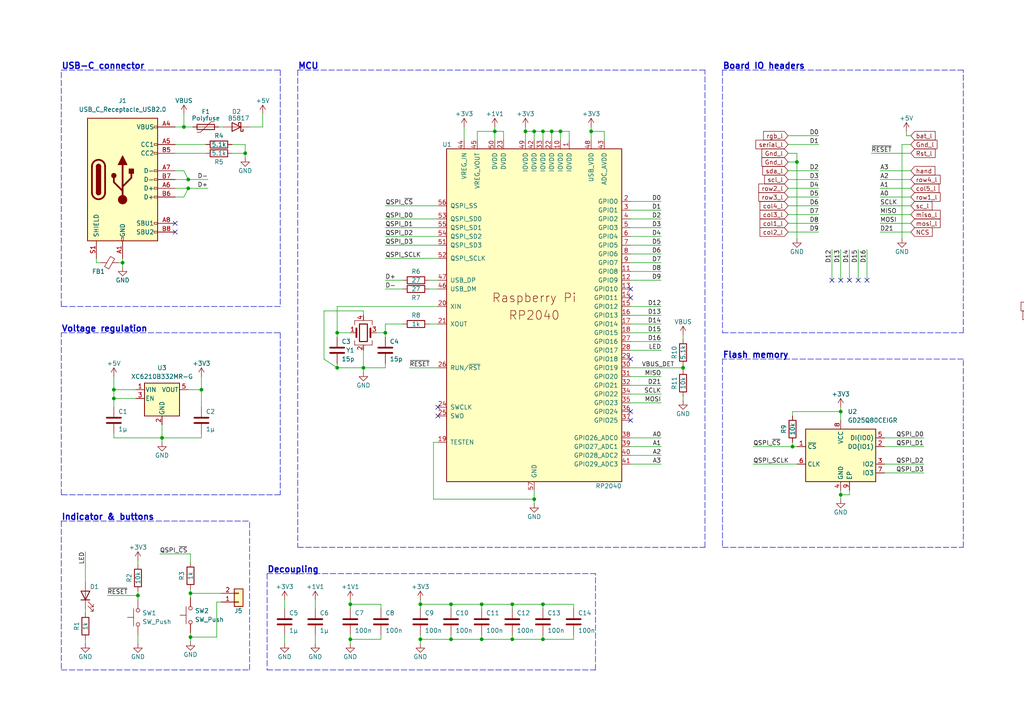
<source format=kicad_sch>
(kicad_sch (version 20211123) (generator eeschema)
  (paper "A4")
  (title_block (title "0xB2 - Splinky") (rev "2") (company "plut0nium"))
  (junction (at 396.24 38.1))
  (junction (at 304.8 91.44))
  (junction (at 53.34 36.83))
  (junction (at 453.39 55.88))
  (junction (at 400.05 45.72))
  (junction (at 476.25 38.1))
  (junction (at 46.99 127))
  (junction (at 105.41 106.68))
  (junction (at 154.94 38.1))
  (junction (at 373.38 55.88))
  (junction (at 476.25 48.26))
  (junction (at 162.56 38.1))
  (junction (at 422.91 38.1))
  (junction (at 111.76 96.52))
  (junction (at 422.91 48.26))
  (junction (at 157.48 185.42))
  (junction (at 101.6 185.42))
  (junction (at 373.38 45.72))
  (junction (at 304.8 88.9))
  (junction (at 675.005 149.225))
  (junction (at 54.61 52.07))
  (junction (at 157.48 38.1))
  (junction (at 97.79 96.52))
  (junction (at 695.96 111.125))
  (junction (at 157.48 175.26))
  (junction (at 101.6 175.26))
  (junction (at 121.92 185.42))
  (junction (at 426.72 45.72))
  (junction (at 148.59 185.42))
  (junction (at 130.81 175.26))
  (junction (at 148.59 175.26))
  (junction (at 152.4 38.1))
  (junction (at 396.24 48.26))
  (junction (at 160.02 38.1))
  (junction (at 377.19 152.4))
  (junction (at 400.05 55.88))
  (junction (at 40.005 172.72))
  (junction (at 675.005 118.745))
  (junction (at 426.72 35.56))
  (junction (at 33.02 113.03))
  (junction (at 449.58 48.26))
  (junction (at 171.45 38.1))
  (junction (at 453.39 45.72))
  (junction (at 139.7 185.42))
  (junction (at 426.72 55.88))
  (junction (at 154.94 144.78))
  (junction (at 35.56 76.2))
  (junction (at 692.785 108.585))
  (junction (at 198.12 106.68))
  (junction (at 373.38 35.56))
  (junction (at 231.14 46.99))
  (junction (at 449.58 38.1))
  (junction (at 58.42 113.03))
  (junction (at 229.87 129.54))
  (junction (at 529.59 40.64))
  (junction (at 453.39 35.56))
  (junction (at 139.7 175.26))
  (junction (at 71.12 44.45))
  (junction (at 55.245 172.085))
  (junction (at 130.81 185.42))
  (junction (at 97.79 106.68))
  (junction (at 675.005 103.505))
  (junction (at 502.92 48.26))
  (junction (at 55.245 184.785))
  (junction (at 400.05 35.56))
  (junction (at 33.02 115.57))
  (junction (at 54.61 54.61))
  (junction (at 243.84 119.38))
  (junction (at 502.92 38.1))
  (junction (at 697.865 103.505))
  (junction (at 694.055 106.045))
  (junction (at 143.51 38.1))
  (junction (at 675.005 133.985))
  (junction (at 243.84 143.51))
  (junction (at 121.92 175.26))
  (no_connect (at 316.23 104.14))
  (no_connect (at 316.23 93.98))
  (no_connect (at 316.23 96.52))
  (no_connect (at 316.23 114.3))
  (no_connect (at 316.23 116.84))
  (no_connect (at 182.88 119.38))
  (no_connect (at 182.88 121.92))
  (no_connect (at 182.88 83.82))
  (no_connect (at 182.88 104.14))
  (no_connect (at 182.88 86.36))
  (no_connect (at 440.055 128.27))
  (no_connect (at 50.8 64.77))
  (no_connect (at 50.8 67.31))
  (no_connect (at 246.38 81.28))
  (no_connect (at 248.92 81.28))
  (no_connect (at 251.46 81.28))
  (no_connect (at 241.3 81.28))
  (no_connect (at 243.84 81.28))
  (no_connect (at 316.23 99.06))
  (no_connect (at 540.385 163.195))
  (no_connect (at 488.315 128.905))
  (no_connect (at 127 118.11))
  (no_connect (at 127 120.65))
  (wire (pts (xy 392.43 38.1) (xy 396.24 38.1)))
  (polyline (pts (xy 209.55 96.52) (xy 279.4 96.52)))
  (wire (pts (xy 171.45 38.1) (xy 171.45 40.64)))
  (wire (pts (xy 361.95 45.72) (xy 373.38 45.72)))
  (wire (pts (xy 419.1 58.42) (xy 422.91 58.42)))
  (wire (pts (xy 33.02 115.57) (xy 33.02 118.11)))
  (wire (pts (xy 502.92 33.02) (xy 502.92 38.1)))
  (wire (pts (xy 396.24 48.26) (xy 396.24 58.42)))
  (wire (pts (xy 105.41 91.44) (xy 105.41 90.17)))
  (wire (pts (xy 118.745 106.68) (xy 127 106.68)))
  (wire (pts (xy 689.61 118.745) (xy 689.61 106.045)))
  (wire (pts (xy 58.42 109.22) (xy 58.42 113.03)))
  (wire (pts (xy 426.72 48.26) (xy 426.72 45.72)))
  (wire (pts (xy 688.34 149.225) (xy 695.96 149.225)))
  (wire (pts (xy 449.58 48.26) (xy 449.58 58.42)))
  (wire (pts (xy 55.245 170.815) (xy 55.245 172.085)))
  (wire (pts (xy 82.55 173.99) (xy 82.55 176.53)))
  (wire (pts (xy 383.54 48.26) (xy 384.81 48.26)))
  (wire (pts (xy 267.97 134.62) (xy 256.54 134.62)))
  (wire (pts (xy 377.19 152.4) (xy 378.46 152.4)))
  (wire (pts (xy 40.005 184.15) (xy 40.005 186.69)))
  (wire (pts (xy 101.6 175.26) (xy 110.49 175.26)))
  (wire (pts (xy 121.92 173.99) (xy 121.92 175.26)))
  (wire (pts (xy 241.3 72.39) (xy 241.3 81.28)))
  (polyline (pts (xy 17.78 194.31) (xy 72.39 194.31)))
  (wire (pts (xy 255.27 54.61) (xy 264.16 54.61)))
  (wire (pts (xy 228.6 67.31) (xy 237.49 67.31)))
  (wire (pts (xy 436.88 38.1) (xy 438.15 38.1)))
  (polyline (pts (xy 204.47 158.75) (xy 204.47 20.32)))
  (wire (pts (xy 182.88 127) (xy 191.77 127)))
  (wire (pts (xy 499.11 58.42) (xy 502.92 58.42)))
  (wire (pts (xy 50.8 54.61) (xy 54.61 54.61)))
  (polyline (pts (xy 605.155 47.625) (xy 578.485 47.625)))
  (wire (pts (xy 91.44 173.99) (xy 91.44 176.53)))
  (wire (pts (xy 339.725 90.805) (xy 337.82 90.805)))
  (wire (pts (xy 690.88 133.985) (xy 690.88 108.585)))
  (wire (pts (xy 361.95 55.88) (xy 373.38 55.88)))
  (wire (pts (xy 267.97 137.16) (xy 256.54 137.16)))
  (wire (pts (xy 688.34 118.745) (xy 689.61 118.745)))
  (polyline (pts (xy 279.4 104.14) (xy 209.55 104.14)))
  (wire (pts (xy 111.76 66.04) (xy 127 66.04)))
  (wire (pts (xy 182.88 101.6) (xy 191.77 101.6)))
  (polyline (pts (xy 578.485 22.86) (xy 605.155 22.86)))
  (wire (pts (xy 303.53 91.44) (xy 304.8 91.44)))
  (wire (pts (xy 472.44 38.1) (xy 476.25 38.1)))
  (wire (pts (xy 72.39 36.83) (xy 76.2 36.83)))
  (wire (pts (xy 488.315 136.525) (xy 498.475 136.525)))
  (wire (pts (xy 121.92 185.42) (xy 130.81 185.42)))
  (wire (pts (xy 675.005 156.845) (xy 678.18 156.845)))
  (wire (pts (xy 689.61 106.045) (xy 694.055 106.045)))
  (wire (pts (xy 400.05 45.72) (xy 426.72 45.72)))
  (wire (pts (xy 33.02 113.03) (xy 39.37 113.03)))
  (wire (pts (xy 539.75 46.99) (xy 539.75 53.34)))
  (wire (pts (xy 337.82 106.045) (xy 339.725 106.045)))
  (wire (pts (xy 101.6 175.26) (xy 101.6 176.53)))
  (wire (pts (xy 243.84 118.11) (xy 243.84 119.38)))
  (wire (pts (xy 400.05 35.56) (xy 426.72 35.56)))
  (wire (pts (xy 109.22 96.52) (xy 111.76 96.52)))
  (wire (pts (xy 63.5 36.83) (xy 64.77 36.83)))
  (wire (pts (xy 688.34 126.365) (xy 692.785 126.365)))
  (wire (pts (xy 105.41 106.68) (xy 105.41 107.95)))
  (wire (pts (xy 162.56 38.1) (xy 165.1 38.1)))
  (wire (pts (xy 246.38 72.39) (xy 246.38 81.28)))
  (wire (pts (xy 121.92 175.26) (xy 130.81 175.26)))
  (wire (pts (xy 480.06 58.42) (xy 480.06 55.88)))
  (wire (pts (xy 426.72 58.42) (xy 426.72 55.88)))
  (wire (pts (xy 426.72 35.56) (xy 453.39 35.56)))
  (wire (pts (xy 228.6 64.77) (xy 237.49 64.77)))
  (wire (pts (xy 97.79 96.52) (xy 97.79 88.9)))
  (wire (pts (xy 436.88 48.26) (xy 438.15 48.26)))
  (wire (pts (xy 111.76 68.58) (xy 127 68.58)))
  (wire (pts (xy 198.12 114.935) (xy 198.12 116.205)))
  (wire (pts (xy 143.51 38.1) (xy 143.51 40.64)))
  (wire (pts (xy 182.88 129.54) (xy 191.77 129.54)))
  (wire (pts (xy 130.81 184.15) (xy 130.81 185.42)))
  (polyline (pts (xy 346.71 22.86) (xy 346.71 60.96)))
  (wire (pts (xy 54.61 52.07) (xy 50.8 52.07)))
  (polyline (pts (xy 641.35 47.625) (xy 614.68 47.625)))
  (polyline (pts (xy 81.28 88.9) (xy 17.78 88.9)))
  (wire (pts (xy 121.92 185.42) (xy 121.92 186.69)))
  (wire (pts (xy 231.14 46.99) (xy 231.14 69.215)))
  (wire (pts (xy 267.97 127) (xy 256.54 127)))
  (wire (pts (xy 553.72 53.34) (xy 552.45 53.34)))
  (wire (pts (xy 33.02 127) (xy 46.99 127)))
  (wire (pts (xy 449.58 38.1) (xy 449.58 48.26)))
  (wire (pts (xy 125.73 128.27) (xy 127 128.27)))
  (wire (pts (xy 101.6 185.42) (xy 101.6 186.69)))
  (wire (pts (xy 678.18 141.605) (xy 675.005 141.605)))
  (wire (pts (xy 678.18 126.365) (xy 675.005 126.365)))
  (wire (pts (xy 124.46 81.28) (xy 127 81.28)))
  (wire (pts (xy 50.8 49.53) (xy 53.34 49.53)))
  (wire (pts (xy 264.16 41.91) (xy 261.62 41.91)))
  (wire (pts (xy 410.21 38.1) (xy 411.48 38.1)))
  (wire (pts (xy 553.72 46.99) (xy 553.72 53.34)))
  (wire (pts (xy 93.98 90.17) (xy 93.98 104.14)))
  (wire (pts (xy 101.6 185.42) (xy 110.49 185.42)))
  (wire (pts (xy 251.46 81.28) (xy 251.46 72.39)))
  (wire (pts (xy 139.7 185.42) (xy 148.59 185.42)))
  (polyline (pts (xy 614.68 22.86) (xy 641.35 22.86)))
  (wire (pts (xy 124.46 93.98) (xy 127 93.98)))
  (wire (pts (xy 490.22 48.26) (xy 491.49 48.26)))
  (polyline (pts (xy 572.77 22.86) (xy 572.77 58.42)))
  (wire (pts (xy 690.88 108.585) (xy 692.785 108.585)))
  (wire (pts (xy 53.34 49.53) (xy 54.61 52.07)))
  (polyline (pts (xy 572.77 58.42) (xy 511.81 58.42)))
  (wire (pts (xy 34.29 76.2) (xy 35.56 76.2)))
  (wire (pts (xy 243.84 142.24) (xy 243.84 143.51)))
  (wire (pts (xy 697.865 103.505) (xy 699.135 103.505)))
  (wire (pts (xy 422.91 38.1) (xy 422.91 48.26)))
  (wire (pts (xy 157.48 38.1) (xy 157.48 40.64)))
  (wire (pts (xy 111.76 106.68) (xy 111.76 105.41)))
  (wire (pts (xy 62.865 174.625) (xy 62.865 184.785)))
  (wire (pts (xy 50.8 36.83) (xy 53.34 36.83)))
  (wire (pts (xy 337.82 90.805) (xy 337.82 89.535)))
  (wire (pts (xy 46.355 160.655) (xy 55.245 160.655)))
  (wire (pts (xy 53.34 36.83) (xy 55.88 36.83)))
  (wire (pts (xy 58.42 125.73) (xy 58.42 127)))
  (wire (pts (xy 472.44 48.26) (xy 476.25 48.26)))
  (wire (pts (xy 255.27 64.77) (xy 264.16 64.77)))
  (wire (pts (xy 255.27 62.23) (xy 264.16 62.23)))
  (wire (pts (xy 229.87 129.54) (xy 231.14 129.54)))
  (wire (pts (xy 248.92 81.28) (xy 248.92 72.39)))
  (wire (pts (xy 105.41 106.68) (xy 111.76 106.68)))
  (wire (pts (xy 410.21 58.42) (xy 411.48 58.42)))
  (wire (pts (xy 154.94 144.78) (xy 154.94 146.05)))
  (wire (pts (xy 304.8 86.36) (xy 304.8 88.9)))
  (wire (pts (xy 541.655 123.825) (xy 546.735 123.825)))
  (wire (pts (xy 377.19 152.4) (xy 377.19 162.56)))
  (wire (pts (xy 182.88 109.22) (xy 191.77 109.22)))
  (wire (pts (xy 152.4 36.83) (xy 152.4 38.1)))
  (wire (pts (xy 146.05 40.64) (xy 146.05 38.1)))
  (wire (pts (xy 154.94 142.24) (xy 154.94 144.78)))
  (wire (pts (xy 40.005 171.45) (xy 40.005 172.72)))
  (wire (pts (xy 694.055 106.045) (xy 699.135 106.045)))
  (wire (pts (xy 175.26 40.64) (xy 175.26 38.1)))
  (wire (pts (xy 400.05 55.88) (xy 426.72 55.88)))
  (wire (pts (xy 337.82 98.425) (xy 339.725 98.425)))
  (wire (pts (xy 445.77 48.26) (xy 449.58 48.26)))
  (wire (pts (xy 55.245 160.655) (xy 55.245 163.195)))
  (wire (pts (xy 198.12 106.68) (xy 198.12 107.315)))
  (wire (pts (xy 337.82 95.885) (xy 339.725 95.885)))
  (wire (pts (xy 415.925 150.495) (xy 415.925 147.32)))
  (wire (pts (xy 139.7 184.15) (xy 139.7 185.42)))
  (wire (pts (xy 157.48 185.42) (xy 166.37 185.42)))
  (wire (pts (xy 480.06 38.1) (xy 480.06 35.56)))
  (wire (pts (xy 182.88 68.58) (xy 191.77 68.58)))
  (wire (pts (xy 27.94 76.2) (xy 29.21 76.2)))
  (wire (pts (xy 383.54 58.42) (xy 384.81 58.42)))
  (wire (pts (xy 182.88 114.3) (xy 191.77 114.3)))
  (wire (pts (xy 97.79 106.68) (xy 105.41 106.68)))
  (wire (pts (xy 453.39 55.88) (xy 480.06 55.88)))
  (wire (pts (xy 166.37 176.53) (xy 166.37 175.26)))
  (wire (pts (xy 171.45 38.1) (xy 175.26 38.1)))
  (wire (pts (xy 243.84 143.51) (xy 246.38 143.51)))
  (wire (pts (xy 125.73 128.27) (xy 125.73 144.78)))
  (wire (pts (xy 139.7 175.26) (xy 148.59 175.26)))
  (wire (pts (xy 262.89 39.37) (xy 264.16 39.37)))
  (wire (pts (xy 697.865 156.845) (xy 697.865 103.505)))
  (wire (pts (xy 373.38 58.42) (xy 373.38 55.88)))
  (wire (pts (xy 675.005 149.225) (xy 675.005 156.845)))
  (wire (pts (xy 58.42 113.03) (xy 58.42 118.11)))
  (wire (pts (xy 695.96 111.125) (xy 699.135 111.125)))
  (wire (pts (xy 218.44 134.62) (xy 231.14 134.62)))
  (wire (pts (xy 228.6 39.37) (xy 237.49 39.37)))
  (wire (pts (xy 152.4 38.1) (xy 152.4 40.64)))
  (wire (pts (xy 692.785 126.365) (xy 692.785 108.585)))
  (wire (pts (xy 55.245 172.085) (xy 55.245 173.355)))
  (wire (pts (xy 105.41 90.17) (xy 93.98 90.17)))
  (wire (pts (xy 445.77 58.42) (xy 449.58 58.42)))
  (wire (pts (xy 529.59 40.64) (xy 529.59 46.99)))
  (wire (pts (xy 675.005 149.225) (xy 678.18 149.225)))
  (wire (pts (xy 453.39 45.72) (xy 480.06 45.72)))
  (wire (pts (xy 445.77 38.1) (xy 449.58 38.1)))
  (wire (pts (xy 255.27 52.07) (xy 264.16 52.07)))
  (wire (pts (xy 228.6 59.69) (xy 237.49 59.69)))
  (polyline (pts (xy 209.55 104.14) (xy 209.55 158.75)))
  (wire (pts (xy 410.21 48.26) (xy 411.48 48.26)))
  (wire (pts (xy 337.82 103.505) (xy 339.725 103.505)))
  (wire (pts (xy 304.8 88.9) (xy 316.23 88.9)))
  (wire (pts (xy 688.34 133.985) (xy 690.88 133.985)))
  (wire (pts (xy 148.59 175.26) (xy 157.48 175.26)))
  (wire (pts (xy 243.84 72.39) (xy 243.84 81.28)))
  (wire (pts (xy 110.49 184.15) (xy 110.49 185.42)))
  (wire (pts (xy 231.14 44.45) (xy 231.14 46.99)))
  (wire (pts (xy 383.54 38.1) (xy 384.81 38.1)))
  (polyline (pts (xy 511.81 22.86) (xy 572.77 22.86)))
  (polyline (pts (xy 17.78 151.13) (xy 17.78 194.31)))
  (wire (pts (xy 182.88 106.68) (xy 198.12 106.68)))
  (wire (pts (xy 426.72 38.1) (xy 426.72 35.56)))
  (wire (pts (xy 243.84 119.38) (xy 243.84 121.92)))
  (wire (pts (xy 182.88 132.08) (xy 191.77 132.08)))
  (wire (pts (xy 24.765 176.53) (xy 24.765 177.8)))
  (wire (pts (xy 394.335 152.4) (xy 394.335 149.86)))
  (wire (pts (xy 182.88 111.76) (xy 191.77 111.76)))
  (wire (pts (xy 111.76 96.52) (xy 111.76 97.79)))
  (wire (pts (xy 62.865 184.785) (xy 55.245 184.785)))
  (wire (pts (xy 50.8 41.91) (xy 59.69 41.91)))
  (wire (pts (xy 449.58 33.02) (xy 449.58 38.1)))
  (polyline (pts (xy 641.35 22.86) (xy 641.35 47.625)))
  (wire (pts (xy 228.6 57.15) (xy 237.49 57.15)))
  (wire (pts (xy 121.92 184.15) (xy 121.92 185.42)))
  (polyline (pts (xy 578.485 22.86) (xy 578.485 47.625)))
  (wire (pts (xy 171.45 36.83) (xy 171.45 38.1)))
  (wire (pts (xy 490.22 38.1) (xy 491.49 38.1)))
  (wire (pts (xy 97.79 97.79) (xy 97.79 96.52)))
  (polyline (pts (xy 605.155 22.86) (xy 610.87 22.86)))
  (wire (pts (xy 24.765 185.42) (xy 24.765 186.69)))
  (wire (pts (xy 502.92 48.26) (xy 502.92 58.42)))
  (polyline (pts (xy 279.4 96.52) (xy 279.4 20.32)))
  (polyline (pts (xy 17.78 20.32) (xy 81.28 20.32)))
  (wire (pts (xy 304.8 91.44) (xy 304.8 92.71)))
  (wire (pts (xy 373.38 55.88) (xy 400.05 55.88)))
  (wire (pts (xy 529.59 40.64) (xy 543.56 40.64)))
  (wire (pts (xy 228.6 54.61) (xy 237.49 54.61)))
  (wire (pts (xy 218.44 129.54) (xy 229.87 129.54)))
  (wire (pts (xy 675.005 141.605) (xy 675.005 133.985)))
  (wire (pts (xy 675.005 103.505) (xy 678.18 103.505)))
  (wire (pts (xy 130.81 185.42) (xy 139.7 185.42)))
  (wire (pts (xy 373.38 38.1) (xy 373.38 35.56)))
  (wire (pts (xy 82.55 184.15) (xy 82.55 186.69)))
  (wire (pts (xy 400.05 58.42) (xy 400.05 55.88)))
  (wire (pts (xy 400.05 48.26) (xy 400.05 45.72)))
  (wire (pts (xy 182.88 73.66) (xy 191.77 73.66)))
  (wire (pts (xy 400.05 38.1) (xy 400.05 35.56)))
  (wire (pts (xy 664.21 149.225) (xy 675.005 149.225)))
  (wire (pts (xy 97.79 105.41) (xy 97.79 106.68)))
  (wire (pts (xy 692.785 108.585) (xy 699.135 108.585)))
  (wire (pts (xy 130.81 175.26) (xy 130.81 176.53)))
  (wire (pts (xy 675.005 111.125) (xy 675.005 103.505)))
  (wire (pts (xy 460.375 135.89) (xy 466.725 135.89)))
  (wire (pts (xy 694.055 141.605) (xy 694.055 106.045)))
  (wire (pts (xy 182.88 63.5) (xy 191.77 63.5)))
  (wire (pts (xy 530.86 34.29) (xy 530.86 53.34)))
  (wire (pts (xy 97.79 96.52) (xy 101.6 96.52)))
  (wire (pts (xy 392.43 58.42) (xy 396.24 58.42)))
  (wire (pts (xy 111.76 71.12) (xy 127 71.12)))
  (wire (pts (xy 91.44 184.15) (xy 91.44 186.69)))
  (wire (pts (xy 64.135 174.625) (xy 62.865 174.625)))
  (wire (pts (xy 154.94 38.1) (xy 157.48 38.1)))
  (wire (pts (xy 182.88 96.52) (xy 191.77 96.52)))
  (wire (pts (xy 182.88 93.98) (xy 191.77 93.98)))
  (wire (pts (xy 71.12 44.45) (xy 71.12 45.72)))
  (wire (pts (xy 499.11 48.26) (xy 502.92 48.26)))
  (wire (pts (xy 695.96 149.225) (xy 695.96 111.125)))
  (wire (pts (xy 229.87 128.27) (xy 229.87 129.54)))
  (wire (pts (xy 148.59 184.15) (xy 148.59 185.42)))
  (wire (pts (xy 422.91 33.02) (xy 422.91 38.1)))
  (polyline (pts (xy 81.28 20.32) (xy 81.28 88.9)))
  (wire (pts (xy 160.02 38.1) (xy 160.02 40.64)))
  (wire (pts (xy 440.055 135.89) (xy 450.215 135.89)))
  (polyline (pts (xy 17.78 96.52) (xy 81.28 96.52)))
  (wire (pts (xy 463.55 58.42) (xy 464.82 58.42)))
  (wire (pts (xy 303.53 88.9) (xy 304.8 88.9)))
  (wire (pts (xy 508.635 136.525) (xy 513.715 136.525)))
  (wire (pts (xy 33.02 125.73) (xy 33.02 127)))
  (wire (pts (xy 53.34 33.02) (xy 53.34 36.83)))
  (wire (pts (xy 35.56 76.2) (xy 35.56 77.47)))
  (polyline (pts (xy 610.87 47.625) (xy 605.155 47.625)))
  (wire (pts (xy 314.96 83.82) (xy 314.96 82.55)))
  (wire (pts (xy 361.95 35.56) (xy 373.38 35.56)))
  (polyline (pts (xy 77.47 194.31) (xy 172.72 194.31)))
  (wire (pts (xy 67.31 41.91) (xy 71.12 41.91)))
  (wire (pts (xy 255.27 59.69) (xy 264.16 59.69)))
  (wire (pts (xy 453.39 48.26) (xy 453.39 45.72)))
  (polyline (pts (xy 614.68 22.86) (xy 614.68 47.625)))
  (wire (pts (xy 27.94 74.93) (xy 27.94 76.2)))
  (wire (pts (xy 688.34 111.125) (xy 695.96 111.125)))
  (wire (pts (xy 543.56 40.64) (xy 543.56 46.99)))
  (wire (pts (xy 97.79 88.9) (xy 127 88.9)))
  (wire (pts (xy 252.73 44.45) (xy 264.16 44.45)))
  (wire (pts (xy 419.1 48.26) (xy 422.91 48.26)))
  (wire (pts (xy 476.25 48.26) (xy 476.25 58.42)))
  (wire (pts (xy 182.88 116.84) (xy 191.77 116.84)))
  (wire (pts (xy 246.38 142.24) (xy 246.38 143.51)))
  (wire (pts (xy 664.21 103.505) (xy 675.005 103.505)))
  (wire (pts (xy 76.2 33.02) (xy 76.2 36.83)))
  (wire (pts (xy 55.245 183.515) (xy 55.245 184.785)))
  (wire (pts (xy 111.76 83.82) (xy 116.84 83.82)))
  (wire (pts (xy 267.97 129.54) (xy 256.54 129.54)))
  (wire (pts (xy 148.59 185.42) (xy 157.48 185.42)))
  (wire (pts (xy 228.6 52.07) (xy 237.49 52.07)))
  (wire (pts (xy 33.02 109.22) (xy 33.02 113.03)))
  (wire (pts (xy 229.87 119.38) (xy 243.84 119.38)))
  (wire (pts (xy 138.43 38.1) (xy 143.51 38.1)))
  (wire (pts (xy 228.6 41.91) (xy 237.49 41.91)))
  (wire (pts (xy 33.02 113.03) (xy 33.02 115.57)))
  (wire (pts (xy 50.8 44.45) (xy 59.69 44.45)))
  (wire (pts (xy 436.88 58.42) (xy 438.15 58.42)))
  (wire (pts (xy 111.76 63.5) (xy 127 63.5)))
  (wire (pts (xy 55.245 184.785) (xy 55.245 186.055)))
  (wire (pts (xy 422.91 48.26) (xy 422.91 58.42)))
  (wire (pts (xy 148.59 175.26) (xy 148.59 176.53)))
  (wire (pts (xy 513.715 136.525) (xy 513.715 134.62)))
  (polyline (pts (xy 172.72 194.31) (xy 172.72 166.37)))
  (polyline (pts (xy 81.28 143.51) (xy 17.78 143.51)))
  (wire (pts (xy 116.84 93.98) (xy 111.76 93.98)))
  (wire (pts (xy 143.51 36.83) (xy 143.51 38.1)))
  (polyline (pts (xy 17.78 88.9) (xy 17.78 20.32)))
  (polyline (pts (xy 511.81 22.86) (xy 511.81 58.42)))
  (wire (pts (xy 387.35 162.56) (xy 391.16 162.56)))
  (wire (pts (xy 111.76 59.69) (xy 127 59.69)))
  (wire (pts (xy 426.72 45.72) (xy 453.39 45.72)))
  (wire (pts (xy 490.22 58.42) (xy 491.49 58.42)))
  (wire (pts (xy 472.44 58.42) (xy 476.25 58.42)))
  (wire (pts (xy 165.1 40.64) (xy 165.1 38.1)))
  (polyline (pts (xy 209.55 158.75) (xy 279.4 158.75)))
  (polyline (pts (xy 77.47 166.37) (xy 172.72 166.37)))
  (wire (pts (xy 24.765 160.02) (xy 24.765 168.91)))
  (wire (pts (xy 157.48 38.1) (xy 160.02 38.1)))
  (wire (pts (xy 661.035 133.985) (xy 675.005 133.985)))
  (wire (pts (xy 111.76 93.98) (xy 111.76 96.52)))
  (polyline (pts (xy 346.71 22.86) (xy 508 22.86)))
  (wire (pts (xy 46.99 123.19) (xy 46.99 127)))
  (wire (pts (xy 93.98 104.14) (xy 97.79 106.68)))
  (wire (pts (xy 229.87 120.65) (xy 229.87 119.38)))
  (wire (pts (xy 396.24 33.02) (xy 396.24 38.1)))
  (wire (pts (xy 337.82 93.345) (xy 339.725 93.345)))
  (wire (pts (xy 661.035 133.985) (xy 661.035 131.445)))
  (wire (pts (xy 539.75 53.34) (xy 538.48 53.34)))
  (wire (pts (xy 228.6 49.53) (xy 237.49 49.53)))
  (wire (pts (xy 476.25 33.02) (xy 476.25 38.1)))
  (wire (pts (xy 316.23 83.82) (xy 314.96 83.82)))
  (wire (pts (xy 388.62 152.4) (xy 394.335 152.4)))
  (wire (pts (xy 198.12 97.155) (xy 198.12 98.425)))
  (wire (pts (xy 373.38 35.56) (xy 400.05 35.56)))
  (wire (pts (xy 124.46 83.82) (xy 127 83.82)))
  (wire (pts (xy 476.25 38.1) (xy 476.25 48.26)))
  (wire (pts (xy 182.88 60.96) (xy 191.77 60.96)))
  (wire (pts (xy 396.24 38.1) (xy 396.24 48.26)))
  (wire (pts (xy 480.06 48.26) (xy 480.06 45.72)))
  (wire (pts (xy 544.83 34.29) (xy 544.83 53.34)))
  (wire (pts (xy 228.6 44.45) (xy 231.14 44.45)))
  (wire (pts (xy 157.48 175.26) (xy 166.37 175.26)))
  (wire (pts (xy 664.21 118.745) (xy 675.005 118.745)))
  (wire (pts (xy 105.41 101.6) (xy 105.41 106.68)))
  (wire (pts (xy 688.34 103.505) (xy 697.865 103.505)))
  (polyline (pts (xy 279.4 20.32) (xy 209.55 20.32)))
  (wire (pts (xy 182.88 76.2) (xy 191.77 76.2)))
  (wire (pts (xy 54.61 54.61) (xy 53.34 57.15)))
  (wire (pts (xy 54.61 113.03) (xy 58.42 113.03)))
  (wire (pts (xy 426.72 55.88) (xy 453.39 55.88)))
  (wire (pts (xy 182.88 78.74) (xy 191.77 78.74)))
  (wire (pts (xy 121.92 175.26) (xy 121.92 176.53)))
  (wire (pts (xy 111.76 74.93) (xy 127 74.93)))
  (polyline (pts (xy 209.55 20.32) (xy 209.55 96.52)))
  (wire (pts (xy 54.61 52.07) (xy 60.325 52.07)))
  (wire (pts (xy 262.89 38.1) (xy 262.89 39.37)))
  (wire (pts (xy 138.43 40.64) (xy 138.43 38.1)))
  (polyline (pts (xy 86.36 158.75) (xy 204.47 158.75)))
  (wire (pts (xy 154.94 38.1) (xy 154.94 40.64)))
  (wire (pts (xy 419.1 38.1) (xy 422.91 38.1)))
  (wire (pts (xy 418.465 150.495) (xy 415.925 150.495)))
  (wire (pts (xy 523.24 40.64) (xy 529.59 40.64)))
  (wire (pts (xy 157.48 175.26) (xy 157.48 176.53)))
  (polyline (pts (xy 17.78 143.51) (xy 17.78 96.52)))
  (wire (pts (xy 678.18 111.125) (xy 675.005 111.125)))
  (polyline (pts (xy 508 60.96) (xy 346.71 60.96)))
  (polyline (pts (xy 204.47 20.32) (xy 86.36 20.32)))
  (wire (pts (xy 499.11 38.1) (xy 502.92 38.1)))
  (wire (pts (xy 463.55 38.1) (xy 464.82 38.1)))
  (wire (pts (xy 182.88 58.42) (xy 191.77 58.42)))
  (wire (pts (xy 453.39 35.56) (xy 480.06 35.56)))
  (wire (pts (xy 67.31 44.45) (xy 71.12 44.45)))
  (wire (pts (xy 182.88 91.44) (xy 191.77 91.44)))
  (wire (pts (xy 111.76 81.28) (xy 116.84 81.28)))
  (wire (pts (xy 463.55 48.26) (xy 464.82 48.26)))
  (wire (pts (xy 162.56 38.1) (xy 162.56 40.64)))
  (wire (pts (xy 198.12 106.045) (xy 198.12 106.68)))
  (wire (pts (xy 314.96 86.36) (xy 316.23 86.36)))
  (wire (pts (xy 182.88 134.62) (xy 191.77 134.62)))
  (polyline (pts (xy 77.47 166.37) (xy 77.47 194.31)))
  (wire (pts (xy 392.43 48.26) (xy 396.24 48.26)))
  (wire (pts (xy 255.27 57.15) (xy 264.16 57.15)))
  (wire (pts (xy 71.12 41.91) (xy 71.12 44.45)))
  (wire (pts (xy 182.88 88.9) (xy 191.77 88.9)))
  (wire (pts (xy 675.005 133.985) (xy 678.18 133.985)))
  (wire (pts (xy 182.88 66.04) (xy 191.77 66.04)))
  (wire (pts (xy 373.38 48.26) (xy 373.38 45.72)))
  (wire (pts (xy 261.62 41.91) (xy 261.62 69.215)))
  (wire (pts (xy 264.16 67.31) (xy 255.27 67.31)))
  (wire (pts (xy 243.84 143.51) (xy 243.84 144.78)))
  (wire (pts (xy 53.34 57.15) (xy 50.8 57.15)))
  (wire (pts (xy 110.49 176.53) (xy 110.49 175.26)))
  (wire (pts (xy 54.61 54.61) (xy 60.325 54.61)))
  (wire (pts (xy 157.48 184.15) (xy 157.48 185.42)))
  (wire (pts (xy 55.245 172.085) (xy 64.135 172.085)))
  (wire (pts (xy 228.6 46.99) (xy 231.14 46.99)))
  (wire (pts (xy 675.005 126.365) (xy 675.005 118.745)))
  (wire (pts (xy 160.02 38.1) (xy 162.56 38.1)))
  (polyline (pts (xy 81.28 96.52) (xy 81.28 143.51)))
  (wire (pts (xy 35.56 74.93) (xy 35.56 76.2)))
  (polyline (pts (xy 72.39 194.31) (xy 72.39 151.13)))
  (wire (pts (xy 152.4 38.1) (xy 154.94 38.1)))
  (polyline (pts (xy 610.87 22.86) (xy 610.87 47.625)))
  (wire (pts (xy 182.88 81.28) (xy 191.77 81.28)))
  (wire (pts (xy 46.99 127) (xy 46.99 128.27)))
  (wire (pts (xy 544.195 106.045) (xy 549.275 106.045)))
  (wire (pts (xy 166.37 184.15) (xy 166.37 185.42)))
  (polyline (pts (xy 17.78 151.13) (xy 72.39 151.13)))
  (wire (pts (xy 40.005 172.72) (xy 40.005 173.99)))
  (wire (pts (xy 337.82 108.585) (xy 339.725 108.585)))
  (wire (pts (xy 101.6 184.15) (xy 101.6 185.42)))
  (wire (pts (xy 363.982 152.4) (xy 369.57 152.4)))
  (wire (pts (xy 304.8 91.44) (xy 316.23 91.44)))
  (wire (pts (xy 373.38 45.72) (xy 400.05 45.72)))
  (wire (pts (xy 31.115 172.72) (xy 40.005 172.72)))
  (wire (pts (xy 40.005 162.56) (xy 40.005 163.83)))
  (polyline (pts (xy 86.36 20.32) (xy 86.36 158.75)))
  (wire (pts (xy 466.725 135.89) (xy 466.725 132.08)))
  (wire (pts (xy 125.73 144.78) (xy 154.94 144.78)))
  (wire (pts (xy 337.82 100.965) (xy 339.725 100.965)))
  (wire (pts (xy 182.88 71.12) (xy 191.77 71.12)))
  (wire (pts (xy 134.62 36.83) (xy 134.62 40.64)))
  (wire (pts (xy 143.51 38.1) (xy 146.05 38.1)))
  (wire (pts (xy 139.7 175.26) (xy 139.7 176.53)))
  (wire (pts (xy 502.92 38.1) (xy 502.92 48.26)))
  (wire (pts (xy 688.34 141.605) (xy 694.055 141.605)))
  (wire (pts (xy 688.34 156.845) (xy 697.865 156.845)))
  (wire (pts (xy 46.99 127) (xy 58.42 127)))
  (wire (pts (xy 453.39 58.42) (xy 453.39 55.88)))
  (wire (pts (xy 101.6 173.99) (xy 101.6 175.26)))
  (wire (pts (xy 33.02 115.57) (xy 39.37 115.57)))
  (wire (pts (xy 182.88 99.06) (xy 191.77 99.06)))
  (wire (pts (xy 228.6 62.23) (xy 237.49 62.23)))
  (wire (pts (xy 453.39 38.1) (xy 453.39 35.56)))
  (wire (pts (xy 255.27 49.53) (xy 264.16 49.53)))
  (wire (pts (xy 130.81 175.26) (xy 139.7 175.26)))
  (polyline (pts (xy 279.4 158.75) (xy 279.4 104.14)))
  (wire (pts (xy 675.005 118.745) (xy 678.18 118.745)))
  (polyline (pts (xy 508 22.86) (xy 508 60.96)))
  (text "Routing notes: do not wire the bat pin directly to the MCU. Route it through the battery." (at 535.305 170.18 0) (effects (font (size 1.27 1.27)) (justify left bottom)))
  (text "Left Power Switch" (at 530.352 146.304 0) (effects (font (size 3 3)) (justify left bottom)))
  (text "Decoupling" (at 77.47 166.37 0) (effects (font (size 1.778 1.778) (thickness 0.3556) bold) (justify left bottom)))
  (text "Board IO headers" (at 209.55 20.32 0) (effects (font (size 1.778 1.778) (thickness 0.3556) bold) (justify left bottom)))
  (text "USB-C connector" (at 17.78 20.32 0) (effects (font (size 1.778 1.778) (thickness 0.3556) bold) (justify left bottom)))
  (text "Reset button Left" (at 432.054 91.694 0) (effects (font (size 3 3)) (justify left bottom)))
  (text "Left Batt" (at 539.115 84.455 0) (effects (font (size 3 3)) (justify left bottom)))
  (text "Diodes and switches - plate" (at 377.19 26.67 180) (effects (font (size 1.27 1.27)) (justify right bottom)))
  (text "Mod screws" (at 628.65 25.4 180) (effects (font (size 1.27 1.27)) (justify right bottom)))
  (text "Indicator & buttons" (at 17.78 151.13 0) (effects (font (size 1.778 1.778) (thickness 0.3556) bold) (justify left bottom)))
  (text "Pull ups for trackpad" (at 581.787 97.917 0) (effects (font (size 3 3)) (justify left bottom)))
  (text "Voltage regulation" (at 17.78 96.52 0) (effects (font (size 1.778 1.778) (thickness 0.3556) bold) (justify left bottom)))
  (text "MCU Left" (at 363.474 84.582 0) (effects (font (size 3 3)) (justify left bottom)))
  (text "Handedness" (at 368.935 169.545 0) (effects (font (size 1.27 1.27)) (justify left bottom)))
  (text "Serial" (at 432.435 120.777 0) (effects (font (size 3 3)) (justify left bottom)))
  (text "Plate screws" (at 592.455 25.4 180) (effects (font (size 1.27 1.27)) (justify right bottom)))
  (text "*3pin battery connector\n- idiot proofing to prevent burned MCUs" (at 530.86 118.11 0) (effects (font (size 1.27 1.27)) (justify left bottom)))
  (text "OLED Left" (at 666.75 92.075 0) (effects (font (size 3 3)) (justify left bottom)))
  (text "MCU" (at 86.36 20.32 0) (effects (font (size 1.778 1.778) (thickness 0.3556) bold) (justify left bottom)))
  (text "Diodes and switches - thumb cluster" (at 549.91 26.67 180) (effects (font (size 1.27 1.27)) (justify right bottom)))
  (text "Flash memory" (at 209.55 104.14 0) (effects (font (size 1.778 1.778) (thickness 0.3556) bold) (justify left bottom)))
  (label "D8" (at 191.77 78.74 180))
  (label "MOSI" (at 337.82 100.965 180))
  (label "QSPI_D2" (at 111.76 68.58 0))
  (label "SCLK" (at 191.77 114.3 180))
  (label "D15" (at 191.77 96.52 180))
  (label "D12" (at 241.3 72.39 270))
  (label "D16" (at 191.77 99.06 180))
  (label "LED" (at 191.77 101.6 180))
  (label "SCLK" (at 255.27 59.69 0))
  (label "D0" (at 237.49 39.37 180))
  (label "VBUS_DET" (at 195.58 106.68 180))
  (label "D6" (at 191.77 73.66 180))
  (label "MOSI" (at 191.77 116.84 180))
  (label "D8" (at 237.49 64.77 180))
  (label "A2" (at 191.77 132.08 180))
  (label "D7" (at 191.77 76.2 180))
  (label "D3" (at 191.77 66.04 180))
  (label "D-" (at 111.76 83.82 0))
  (label "D1" (at 191.77 60.96 180))
  (label "~{RESET}" (at 31.115 172.72 0))
  (label "~{RESET}" (at 252.73 44.45 0))
  (label "QSPI_SCLK" (at 218.44 134.62 0))
  (label "D4" (at 191.77 68.58 180))
  (label "D13" (at 243.84 72.39 270))
  (label "A3" (at 255.27 49.53 0))
  (label "D9" (at 237.49 67.31 180))
  (label "QSPI_D0" (at 267.97 127 180))
  (label "D16" (at 251.46 72.39 270))
  (label "SCLK" (at 337.82 108.585 180))
  (label "QSPI_~{CS}" (at 218.44 129.54 0))
  (label "QSPI_D1" (at 111.76 66.04 0))
  (label "D5" (at 237.49 57.15 180))
  (label "MOSI" (at 255.27 64.77 0))
  (label "MISO" (at 255.27 62.23 0))
  (label "~{RESET}" (at 118.745 106.68 0))
  (label "D3" (at 237.49 52.07 180))
  (label "D2" (at 237.49 49.53 180))
  (label "D7" (at 237.49 62.23 180))
  (label "QSPI_D3" (at 111.76 71.12 0))
  (label "QSPI_~{CS}" (at 111.76 59.69 0))
  (label "D2" (at 191.77 63.5 180))
  (label "D12" (at 191.77 88.9 180))
  (label "D14" (at 191.77 93.98 180))
  (label "A1" (at 191.77 129.54 180))
  (label "D5" (at 191.77 71.12 180))
  (label "QSPI_D2" (at 267.97 134.62 180))
  (label "D15" (at 248.92 72.39 270))
  (label "D9" (at 191.77 81.28 180))
  (label "A0" (at 255.27 57.15 0))
  (label "D+" (at 111.76 81.28 0))
  (label "D-" (at 60.325 52.07 180))
  (label "D6" (at 237.49 59.69 180))
  (label "LED" (at 24.765 160.02 270))
  (label "D21" (at 191.77 111.76 180))
  (label "D13" (at 191.77 91.44 180))
  (label "MOSI" (at 316.23 101.6 180))
  (label "QSPI_D1" (at 267.97 129.54 180))
  (label "MISO" (at 191.77 109.22 180))
  (label "SCLK" (at 316.23 111.76 180))
  (label "A2" (at 255.27 52.07 0))
  (label "D1" (at 237.49 41.91 180))
  (label "MISO" (at 316.23 109.22 180))
  (label "MISO" (at 337.82 106.045 180))
  (label "QSPI_~{CS}" (at 46.355 160.655 0))
  (label "QSPI_SCLK" (at 111.76 74.93 0))
  (label "QSPI_D3" (at 267.97 137.16 180))
  (label "A3" (at 191.77 134.62 180))
  (label "D0" (at 191.77 58.42 180))
  (label "D21" (at 255.27 67.31 0))
  (label "D+" (at 60.325 54.61 180))
  (label "A0" (at 191.77 127 180))
  (label "D14" (at 246.38 72.39 270))
  (label "QSPI_D0" (at 111.76 63.5 0))
  (label "D4" (at 237.49 54.61 180))
  (label "A1" (at 255.27 54.61 0))
  (global_label "Gnd_l" (shape input) (at 546.735 126.365 180) (property "Intersheet References" "${INTERSHEET_REFS}" (effects hide)))
  (global_label "Gnd_l" (shape input) (at 455.93 111.125 0) (property "Intersheet References" "${INTERSHEET_REFS}" (effects hide)))
  (global_label "serial_l" (shape input) (at 440.055 130.81 0) (property "Intersheet References" "${INTERSHEET_REFS}" (effects hide)))
  (global_label "hand" (shape input) (at 363.982 152.4 180) (property "Intersheet References" "${INTERSHEET_REFS}" (effects hide)))
  (global_label "Gnd_l" (shape input) (at 488.315 133.985 0) (property "Intersheet References" "${INTERSHEET_REFS}" (effects hide)))
  (global_label "mosi_l" (shape input) (at 264.16 64.77 0) (property "Intersheet References" "${INTERSHEET_REFS}" (effects hide)))
  (global_label "col5_l" (shape input) (at 264.16 54.61 0) (property "Intersheet References" "${INTERSHEET_REFS}" (effects hide)))
  (global_label "bat_l" (shape input) (at 546.735 93.345 270) (property "Intersheet References" "${INTERSHEET_REFS}" (effects hide)))
  (global_label "row2_l" (shape input) (at 228.6 54.61 180) (property "Intersheet References" "${INTERSHEET_REFS}" (effects hide)))
  (global_label "sc_l" (shape input) (at 264.16 59.69 0) (property "Intersheet References" "${INTERSHEET_REFS}" (effects hide)))
  (global_label "col3_l" (shape input) (at 228.6 62.23 180) (property "Intersheet References" "${INTERSHEET_REFS}" (effects hide)))
  (global_label "Gnd_l" (shape input) (at 544.195 93.345 270) (property "Intersheet References" "${INTERSHEET_REFS}" (effects hide)))
  (global_label "Gnd_l" (shape input) (at 314.96 86.36 180) (property "Intersheet References" "${INTERSHEET_REFS}" (effects hide)))
  (global_label "bat_l" (shape input) (at 541.655 123.825 180) (property "Intersheet References" "${INTERSHEET_REFS}" (effects hide)))
  (global_label "col2_l" (shape input) (at 228.6 67.31 180) (property "Intersheet References" "${INTERSHEET_REFS}" (effects hide)))
  (global_label "col3_l" (shape input) (at 449.58 33.02 90) (property "Intersheet References" "${INTERSHEET_REFS}" (effects hide)))
  (global_label "col1_l" (shape input) (at 396.24 33.02 90) (property "Intersheet References" "${INTERSHEET_REFS}" (effects hide)))
  (global_label "row3_l" (shape input) (at 361.95 45.72 180) (property "Intersheet References" "${INTERSHEET_REFS}" (effects hide)))
  (global_label "NCS" (shape input) (at 264.16 67.31 0) (property "Intersheet References" "${INTERSHEET_REFS}" (effects hide)))
  (global_label "bat_l" (shape input) (at 264.16 39.37 0) (property "Intersheet References" "${INTERSHEET_REFS}" (effects hide)))
  (global_label "sda_l" (shape input) (at 303.53 88.9 180) (property "Intersheet References" "${INTERSHEET_REFS}" (effects hide)))
  (global_label "sda_l" (shape input) (at 228.6 49.53 180) (property "Intersheet References" "${INTERSHEET_REFS}" (effects hide)))
  (global_label "sda_l" (shape input) (at 664.21 103.505 180) (property "Intersheet References" "${INTERSHEET_REFS}" (effects hide)))
  (global_label "Gnd_l" (shape input) (at 550.545 160.655 0) (property "Intersheet References" "${INTERSHEET_REFS}" (effects hide)))
  (global_label "Gnd_l" (shape input) (at 264.16 41.91 0) (property "Intersheet References" "${INTERSHEET_REFS}" (effects hide)))
  (global_label "Rst_l" (shape input) (at 264.16 44.45 0) (property "Intersheet References" "${INTERSHEET_REFS}" (effects hide)))
  (global_label "col4_l" (shape input) (at 476.25 33.02 90) (property "Intersheet References" "${INTERSHEET_REFS}" (effects hide)))
  (global_label "row4_l" (shape input) (at 361.95 55.88 180) (property "Intersheet References" "${INTERSHEET_REFS}" (effects hide)))
  (global_label "Gnd_l" (shape input) (at 440.055 133.35 0) (property "Intersheet References" "${INTERSHEET_REFS}" (effects hide)))
  (global_label "Gnd_l" (shape input) (at 228.6 44.45 180) (property "Intersheet References" "${INTERSHEET_REFS}" (effects hide)))
  (global_label "bat_l" (shape input) (at 540.385 158.115 180) (property "Intersheet References" "${INTERSHEET_REFS}" (effects hide)))
  (global_label "col5_l" (shape input) (at 502.92 33.02 90) (property "Intersheet References" "${INTERSHEET_REFS}" (effects hide)))
  (global_label "Gnd_l" (shape input) (at 549.275 108.585 180) (property "Intersheet References" "${INTERSHEET_REFS}" (effects hide)))
  (global_label "row1_l" (shape input) (at 523.24 40.64 180) (property "Intersheet References" "${INTERSHEET_REFS}" (effects hide)))
  (global_label "Rst_l" (shape input) (at 445.77 111.125 180) (property "Intersheet References" "${INTERSHEET_REFS}" (effects hide)))
  (global_label "Gnd_l" (shape input) (at 455.93 102.235 0) (property "Intersheet References" "${INTERSHEET_REFS}" (effects hide)))
  (global_label "row1_l" (shape input) (at 264.16 57.15 0) (property "Intersheet References" "${INTERSHEET_REFS}" (effects hide)))
  (global_label "rgb_l" (shape input) (at 228.6 39.37 180) (property "Intersheet References" "${INTERSHEET_REFS}" (effects hide)))
  (global_label "sda_l" (shape input) (at 337.82 95.885 180) (property "Intersheet References" "${INTERSHEET_REFS}" (effects hide)))
  (global_label "Rst_l" (shape input) (at 445.77 102.235 180) (property "Intersheet References" "${INTERSHEET_REFS}" (effects hide)))
  (global_label "hand" (shape input) (at 264.16 49.53 0) (property "Intersheet References" "${INTERSHEET_REFS}" (effects hide)))
  (global_label "col1_l" (shape input) (at 228.6 64.77 180) (property "Intersheet References" "${INTERSHEET_REFS}" (effects hide)))
  (global_label "scl_l" (shape input) (at 664.21 118.745 180) (property "Intersheet References" "${INTERSHEET_REFS}" (effects hide)))
  (global_label "miso_l" (shape input) (at 264.16 62.23 0) (property "Intersheet References" "${INTERSHEET_REFS}" (effects hide)))
  (global_label "row2_l" (shape input) (at 361.95 35.56 180) (property "Intersheet References" "${INTERSHEET_REFS}" (effects hide)))
  (global_label "row3_l" (shape input) (at 228.6 57.15 180) (property "Intersheet References" "${INTERSHEET_REFS}" (effects hide)))
  (global_label "serial_l" (shape input) (at 488.315 131.445 0) (property "Intersheet References" "${INTERSHEET_REFS}" (effects hide)))
  (global_label "rgb_l" (shape input) (at 387.985 96.52 180) (property "Intersheet References" "${INTERSHEET_REFS}" (effects hide)))
  (global_label "serial_l" (shape input) (at 228.6 41.91 180) (property "Intersheet References" "${INTERSHEET_REFS}" (effects hide)))
  (global_label "col2_l" (shape input) (at 422.91 33.02 90) (property "Intersheet References" "${INTERSHEET_REFS}" (effects hide)))
  (global_label "bat_l" (shape input) (at 544.195 106.045 180) (property "Intersheet References" "${INTERSHEET_REFS}" (effects hide)))
  (global_label "row4_l" (shape input) (at 264.16 52.07 0) (property "Intersheet References" "${INTERSHEET_REFS}" (effects hide)))
  (global_label "NCS" (shape input) (at 418.465 153.035 180) (property "Intersheet References" "${INTERSHEET_REFS}" (effects hide)))
  (global_label "col3_l" (shape input) (at 544.83 34.29 90) (property "Intersheet References" "${INTERSHEET_REFS}" (effects hide)))
  (global_label "Gnd_l" (shape input) (at 664.21 149.225 180) (property "Intersheet References" "${INTERSHEET_REFS}" (effects hide)))
  (global_label "Gnd_l" (shape input) (at 337.82 93.345 180) (property "Intersheet References" "${INTERSHEET_REFS}" (effects hide)))
  (global_label "Gnd_l" (shape input) (at 228.6 46.99 180) (property "Intersheet References" "${INTERSHEET_REFS}" (effects hide)))
  (global_label "miso_l" (shape input) (at 418.465 160.655 180) (property "Intersheet References" "${INTERSHEET_REFS}" (effects hide)))
  (global_label "col4_l" (shape input) (at 228.6 59.69 180) (property "Intersheet References" "${INTERSHEET_REFS}" (effects hide)))
  (global_label "NCS" (shape input) (at 316.23 106.68 180) (property "Intersheet References" "${INTERSHEET_REFS}" (effects hide)))
  (global_label "col1_l" (shape input) (at 530.86 34.29 90) (property "Intersheet References" "${INTERSHEET_REFS}" (effects hide)))
  (global_label "mosi_l" (shape input) (at 418.465 155.575 180) (property "Intersheet References" "${INTERSHEET_REFS}" (effects hide)))
  (global_label "NCS" (shape input) (at 337.82 103.505 180) (property "Intersheet References" "${INTERSHEET_REFS}" (effects hide)))
  (global_label "scl_l" (shape input) (at 228.6 52.07 180) (property "Intersheet References" "${INTERSHEET_REFS}" (effects hide)))
  (global_label "Gnd_l" (shape input) (at 391.16 162.56 0) (property "Intersheet References" "${INTERSHEET_REFS}" (effects hide)))
  (global_label "sc_l" (shape input) (at 418.465 158.115 180) (property "Intersheet References" "${INTERSHEET_REFS}" (effects hide)))
  (global_label "scl_l" (shape input) (at 303.53 91.44 180) (property "Intersheet References" "${INTERSHEET_REFS}" (effects hide)))
  (global_label "scl_l" (shape input) (at 337.82 98.425 180) (property "Intersheet References" "${INTERSHEET_REFS}" (effects hide)))
  (symbol (lib_id "Connector:Conn_01x02_Female") (at 551.815 123.825 0) (unit 1)
    (property "Reference" "J105" (at 552.5262 124.2603 0) (effects (justify left)))
    (property "Value" "S3B-PH-SM4-TB(LF)(SN)" (at 533.527 130.429 0) (effects (justify left)))
    (property "Footprint" "local-libraries:JST_SH_BM02B-SRSS-TB_1x02-1MP_P1.00mm_Vertical" (effects hide))
    (property "LCSC" "C265101" (effects hide))
  )
  (symbol (lib_id "Device:C") (at 148.59 180.34 0) (unit 1)
    (property "Reference" "C12" (at 149.86 177.8 0) (effects (justify left)))
    (property "Value" "100n" (at 149.86 182.88 0) (effects (justify left)))
    (property "Footprint" "Capacitor_SMD:C_0402_1005Metric" (effects hide))
    (property "LCSC" "C1525" (effects hide))
  )
  (symbol (lib_id "Jumper:Jumper_2_Open") (at 683.26 133.985 0) (unit 1)
    (property "Reference" "JP107" (at 683.26 127 0))
    (property "Value" "Jumper_2_Open" (at 683.26 129.54 0))
    (property "Footprint" "local-libraries:SolderJumper-2_P1.3mm_Open_RoundedPad1.0x1.5mm" (effects hide))
  )
  (symbol (lib_id "Connector_Generic:Conn_01x02") (at 69.215 174.625 0) (mirror x) (unit 1) (in_bom no)
    (property "Reference" "J5" (at 67.945 177.165 0) (effects (justify left)))
    (property "Value" "Conn_01x02" (effects hide))
    (property "Footprint" "Connector_PinHeader_1.27mm:PinHeader_1x02_P1.27mm_Vertical" (effects hide))
  )
  (symbol (lib_id "MCU_RaspberryPi_RP2040:RP2040") (at 154.94 91.44 0) (unit 1)
    (property "Reference" "U1" (at 128.27 41.91 0) (effects (justify left)))
    (property "Value" "RP2040" (at 172.72 140.97 0) (effects (justify left)))
    (property "Footprint" "0xLib_Package_DFN_QFN:QFN-56-1EP_7x7mm_P0.4mm_EP3.2x3.2mm" (effects hide))
    (property "LCSC" "C2040" (effects hide))
  )
  (symbol (lib_id "Device:R") (at 63.5 41.91 90) (unit 1)
    (property "Reference" "R4" (at 63.5 39.37 90))
    (property "Value" "5.1k" (at 63.5 41.91 90))
    (property "Footprint" "Resistor_SMD:R_0402_1005Metric" (effects hide))
    (property "LCSC" "C25905" (effects hide))
  )
  (symbol (lib_id "power:+3.3V") (at 40.005 162.56 0) (unit 1)
    (property "Reference" "#PWR04" (effects hide))
    (property "Value" "+3.3V" (at 40.005 158.75 0))
  )
  (symbol (lib_id "power:GND") (at 55.245 186.055 0) (unit 1)
    (property "Reference" "#PWR09" (effects hide))
    (property "Value" "GND" (at 55.245 189.865 0))
  )
  (symbol (lib_id "power:GND") (at 631.19 34.925 0) (unit 1)
    (property "Reference" "#PWR0113" (effects hide))
    (property "Value" "GND" (at 631.034 41.9099 90) (effects (justify left)))
  )
  (symbol (lib_id "Switch:SW_Push") (at 431.8 58.42 0) (unit 1)
    (property "Reference" "SW109" (at 431.8 50.8 0))
    (property "Value" "SW_Push" (at 431.8 53.34 0))
    (property "Footprint" "local-libraries:SW_MX_choc" (effects hide))
  )
  (symbol (lib_id "Switch:SW_Push") (at 405.13 48.26 0) (unit 1)
    (property "Reference" "SW105" (at 405.13 40.64 0))
    (property "Value" "SW_Push" (at 405.13 43.18 0))
    (property "Footprint" "local-libraries:SW_MX_choc" (effects hide))
  )
  (symbol (lib_id "Device:R") (at 373.38 152.4 90) (unit 1)
    (property "Reference" "R101" (at 372.11 149.86 0) (effects (justify left)))
    (property "Value" "5.1k" (at 374.65 149.86 0) (effects (justify left)))
    (property "Footprint" "local-libraries:R_0402_1005Metric_nolabel" (effects hide))
    (property "JLCPCB BOM" "1" (effects hide))
    (property "JLCPCB Part" "C26033" (effects hide))
  )
  (symbol (lib_id "Switch:SW_SPST") (at 450.85 102.235 0) (unit 1)
    (property "Reference" "SW110" (at 450.85 95.885 0))
    (property "Value" "SW_SPST" (at 450.85 98.425 0))
    (property "Footprint" "local-libraries:SW_Push_1P1T_NO_6x6mm_H9.5mm" (effects hide))
  )
  (symbol (lib_id "power:+5V") (at 262.89 38.1 0) (unit 1)
    (property "Reference" "#PWR0103" (effects hide))
    (property "Value" "+5V" (at 262.89 34.29 0))
  )
  (symbol (lib_id "Device:D") (at 388.62 48.26 180) (unit 1)
    (property "Reference" "D102" (at 386.715 45.72 90) (effects (justify right)))
    (property "Value" "D" (at 389.255 45.72 90) (effects (justify right)))
    (property "Footprint" "local-libraries:D_1206_handsolder_reversible" (effects hide))
  )
  (symbol (lib_id "power:GND") (at 24.765 186.69 0) (unit 1)
    (property "Reference" "#PWR01" (effects hide))
    (property "Value" "GND" (at 24.765 190.5 0))
  )
  (symbol (lib_id "power:GND") (at 35.56 77.47 0) (unit 1)
    (property "Reference" "#PWR03" (effects hide))
    (property "Value" "GND" (at 35.56 81.28 0))
  )
  (symbol (lib_id "Switch:SW_Push") (at 485.14 58.42 0) (unit 1)
    (property "Reference" "SW117" (at 485.14 50.8 0))
    (property "Value" "SW_Push" (at 485.14 53.34 0))
    (property "Footprint" "local-libraries:SW_MX_choc" (effects hide))
  )
  (symbol (lib_id "Jumper:Jumper_2_Open") (at 683.26 149.225 0) (unit 1)
    (property "Reference" "JP109" (at 683.26 142.24 0))
    (property "Value" "Jumper_2_Open" (at 683.26 144.78 0))
    (property "Footprint" "local-libraries:SolderJumper-2_P1.3mm_Open_RoundedPad1.0x1.5mm" (effects hide))
  )
  (symbol (lib_id "Switch:SW_Push") (at 378.46 48.26 0) (unit 1)
    (property "Reference" "SW102" (at 378.46 40.64 0))
    (property "Value" "SW_Push" (at 378.46 43.18 0))
    (property "Footprint" "local-libraries:SW_MX_choc" (effects hide))
  )
  (symbol (lib_id "Mechanical:MountingHole_Pad") (at 631.19 32.385 0) (unit 1)
    (property "Reference" "H107" (at 629.92 27.305 0) (effects (justify left)))
    (property "Value" "M4" (at 629.92 44.577 0) (effects (justify left)))
    (property "Footprint" "local-libraries:MountingHole_3mm_Pad_thin" (effects hide))
  )
  (symbol (lib_id "Device:D") (at 415.29 58.42 180) (unit 1)
    (property "Reference" "D106" (at 413.385 55.88 90) (effects (justify right)))
    (property "Value" "D" (at 415.925 55.88 90) (effects (justify right)))
    (property "Footprint" "local-libraries:D_1206_handsolder_reversible" (effects hide))
  )
  (symbol (lib_id "Connector:Conn_01x06_Female") (at 423.545 155.575 0) (unit 1)
    (property "Reference" "J101" (at 424.815 156.845 0) (effects (justify left)))
    (property "Value" "trackball" (at 417.195 165.735 0) (effects (justify left)))
    (property "Footprint" "Library:6_PinHeader" (effects hide))
  )
  (symbol (lib_id "Device:R") (at 120.65 93.98 90) (unit 1)
    (property "Reference" "R8" (at 120.65 91.44 90))
    (property "Value" "1k" (at 120.65 93.98 90))
    (property "Footprint" "Resistor_SMD:R_0402_1005Metric" (effects hide))
    (property "LCSC" "C11702" (effects hide))
  )
  (symbol (lib_id "Device:D") (at 534.67 53.34 0) (unit 1)
    (property "Reference" "D116" (at 534.67 46.99 0))
    (property "Value" "D" (at 534.67 49.53 0))
    (property "Footprint" "local-libraries:D_1206_handsolder_reversible" (effects hide))
  )
  (symbol (lib_id "power:GND") (at 601.345 34.925 0) (unit 1)
    (property "Reference" "#PWR0109" (effects hide))
    (property "Value" "GND" (at 601.189 41.9099 90) (effects (justify left)))
  )
  (symbol (lib_id "Device:R") (at 198.12 102.235 180) (unit 1)
    (property "Reference" "R10" (at 195.58 102.235 90))
    (property "Value" "5.1k" (at 198.12 102.235 90))
    (property "Footprint" "Resistor_SMD:R_0402_1005Metric" (effects hide))
    (property "LCSC" "C25905" (effects hide))
  )
  (symbol (lib_id "Device:C") (at 157.48 180.34 0) (unit 1)
    (property "Reference" "C13" (at 158.75 177.8 0) (effects (justify left)))
    (property "Value" "100n" (at 158.75 182.88 0) (effects (justify left)))
    (property "Footprint" "Capacitor_SMD:C_0402_1005Metric" (effects hide))
    (property "LCSC" "C1525" (effects hide))
  )
  (symbol (lib_id "power:GND") (at 588.645 34.925 0) (unit 1)
    (property "Reference" "#PWR0108" (effects hide))
    (property "Value" "GND" (at 588.489 41.9099 90) (effects (justify left)))
  )
  (symbol (lib_id "Device:D") (at 468.63 48.26 180) (unit 1)
    (property "Reference" "D111" (at 466.725 45.72 90) (effects (justify right)))
    (property "Value" "D" (at 469.265 45.72 90) (effects (justify right)))
    (property "Footprint" "local-libraries:D_1206_handsolder_reversible" (effects hide))
  )
  (symbol (lib_id "Mechanical:MountingHole_Pad") (at 582.295 32.385 0) (unit 1)
    (property "Reference" "H101" (at 581.025 27.305 0) (effects (justify left)))
    (property "Value" "M4" (at 581.025 44.577 0) (effects (justify left)))
    (property "Footprint" "local-libraries:MountingHole_3mm_Pad_thin" (effects hide))
  )
  (symbol (lib_id "Device:C") (at 166.37 180.34 0) (unit 1)
    (property "Reference" "C14" (at 167.64 177.8 0) (effects (justify left)))
    (property "Value" "100n" (at 167.64 182.88 0) (effects (justify left)))
    (property "Footprint" "Capacitor_SMD:C_0402_1005Metric" (effects hide))
    (property "LCSC" "C1525" (effects hide))
  )
  (symbol (lib_id "Device:R") (at 120.65 81.28 90) (unit 1)
    (property "Reference" "R6" (at 120.65 78.74 90))
    (property "Value" "27" (at 120.65 81.28 90))
    (property "Footprint" "Resistor_SMD:R_0402_1005Metric" (effects hide))
    (property "LCSC" "C25100" (effects hide))
  )
  (symbol (lib_id "Switch:SW_Push") (at 485.14 38.1 0) (unit 1)
    (property "Reference" "SW115" (at 485.14 30.48 0))
    (property "Value" "SW_Push" (at 485.14 33.02 0))
    (property "Footprint" "local-libraries:SW_MX_choc" (effects hide))
  )
  (symbol (lib_id "Switch:SW_Push") (at 485.14 48.26 0) (unit 1)
    (property "Reference" "SW116" (at 485.14 40.64 0))
    (property "Value" "SW_Push" (at 485.14 43.18 0))
    (property "Footprint" "local-libraries:SW_MX_choc" (effects hide))
  )
  (symbol (lib_id "Regulator_Linear:AP2127K-3.3") (at 46.99 115.57 0) (unit 1)
    (property "Reference" "U3" (at 46.99 106.68 0))
    (property "Value" "XC6210B332MR-G" (at 46.99 109.22 0))
    (property "Footprint" "Package_TO_SOT_SMD:SOT-23-5" (effects hide))
    (property "LCSC" "C82942" (effects hide))
    (property "LCSC2" "C47719" (effects hide))
  )
  (symbol (lib_id "Connector:AudioJack4") (at 434.975 130.81 0) (unit 1)
    (property "Reference" "J102" (at 433.832 122.6882 0))
    (property "Value" "Serial" (at 434.975 144.145 0))
    (property "Footprint" "local-libraries:Jack_3.5mm_PJ320E_Horizontal_custom" (effects hide))
  )
  (symbol (lib_id "power:+3.3V") (at 337.82 89.535 0) (unit 1)
    (property "Reference" "#PWR0121" (effects hide))
    (property "Value" "+3.3V" (at 337.82 85.725 0))
  )
  (symbol (lib_id "Device:C") (at 121.92 180.34 0) (unit 1)
    (property "Reference" "C9" (at 123.19 177.8 0) (effects (justify left)))
    (property "Value" "100n" (at 123.19 182.88 0) (effects (justify left)))
    (property "Footprint" "Capacitor_SMD:C_0402_1005Metric" (effects hide))
    (property "LCSC" "C1525" (effects hide))
  )
  (symbol (lib_id "Switch:SW_Push") (at 405.13 38.1 0) (unit 1)
    (property "Reference" "SW104" (at 405.13 30.48 0))
    (property "Value" "SW_Push" (at 405.13 33.02 0))
    (property "Footprint" "local-libraries:SW_MX_choc" (effects hide))
  )
  (symbol (lib_id "Memory_Flash:W25Q32JVZP") (at 243.84 132.08 0) (unit 1)
    (property "Reference" "U2" (at 245.8594 119.38 0) (effects (justify left)))
    (property "Value" "GD25Q80CEIGR" (at 245.8594 121.92 0) (effects (justify left)))
    (property "Footprint" "0xLib_Package_DFN_QFN:USON-8-1EP_3x2mm_P0.5mm_EP0.25x1.65mm" (effects hide))
    (property "LCSC" "C395484" (effects hide))
  )
  (symbol (lib_id "Device:C") (at 82.55 180.34 0) (unit 1)
    (property "Reference" "C5" (at 83.82 177.8 0) (effects (justify left)))
    (property "Value" "1µ" (at 83.82 182.88 0) (effects (justify left)))
    (property "Footprint" "Capacitor_SMD:C_0402_1005Metric" (effects hide))
    (property "LCSC" "C52923" (effects hide))
  )
  (symbol (lib_id "power:GND") (at 82.55 186.69 0) (unit 1)
    (property "Reference" "#PWR012" (effects hide))
    (property "Value" "GND" (at 82.55 190.5 0))
  )
  (symbol (lib_id "Device:R") (at 304.8 82.55 180) (unit 1)
    (property "Reference" "R103" (at 302.895 85.09 90))
    (property "Value" "4.7k" (at 304.8 82.55 90))
    (property "Footprint" "local-libraries:R_0402_1005Metric_nolabel" (effects hide))
    (property "LCSC" "C269746" (effects hide))
  )
  (symbol (lib_id "Device:C") (at 33.02 121.92 0) (unit 1)
    (property "Reference" "C1" (at 34.29 119.38 0) (effects (justify left)))
    (property "Value" "1µ" (at 34.29 124.46 0) (effects (justify left)))
    (property "Footprint" "Capacitor_SMD:C_0603_1608Metric" (effects hide))
    (property "LCSC" "C19666" (effects hide))
  )
  (symbol (lib_id "Device:Crystal_GND24") (at 105.41 96.52 0) (mirror x) (unit 1)
    (property "Reference" "Y1" (at 101.6 101.6 0))
    (property "Value" "Crystal_GND24" (effects hide))
    (property "Footprint" "Crystal:Crystal_SMD_2520-4Pin_2.5x2.0mm" (effects hide))
    (property "LCSC" "C2149204" (effects hide))
  )
  (symbol (lib_id "Mechanical:MountingHole_Pad") (at 624.84 32.385 0) (unit 1)
    (property "Reference" "H106" (at 623.57 27.305 0) (effects (justify left)))
    (property "Value" "M4" (at 623.57 44.577 0) (effects (justify left)))
    (property "Footprint" "local-libraries:MountingHole_3mm_Pad_thin" (effects hide))
  )
  (symbol (lib_id "Switch:SW_Push") (at 55.245 178.435 90) (unit 1)
    (property "Reference" "SW2" (at 56.515 177.1649 90) (effects (justify right)))
    (property "Value" "SW_Push" (at 56.515 179.7049 90) (effects (justify right)))
    (property "Footprint" "Button_Switch_SMD:SW_SPST_CK_KXT3" (effects hide))
    (property "LCSC" "C319433" (effects hide))
  )
  (symbol (lib_id "power:GND") (at 40.005 186.69 0) (unit 1)
    (property "Reference" "#PWR05" (effects hide))
    (property "Value" "GND" (at 40.005 190.5 0))
  )
  (symbol (lib_id "Device:D") (at 548.64 53.34 0) (unit 1)
    (property "Reference" "D117" (at 548.64 46.99 0))
    (property "Value" "D" (at 548.64 49.53 0))
    (property "Footprint" "local-libraries:D_1206_handsolder_reversible" (effects hide))
  )
  (symbol (lib_id "Device:R") (at 198.12 111.125 180) (unit 1)
    (property "Reference" "R11" (at 195.58 111.125 90))
    (property "Value" "10k" (at 198.12 111.125 90))
    (property "Footprint" "Resistor_SMD:R_0402_1005Metric" (effects hide))
    (property "LCSC" "C25744" (effects hide))
  )
  (symbol (lib_id "Device:LED") (at 24.765 172.72 90) (unit 1)
    (property "Reference" "D1" (at 26.035 170.18 90) (effects (justify right)))
    (property "Value" "LED" (effects hide))
    (property "Footprint" "LED_SMD:LED_0402_1005Metric" (effects hide))
    (property "LCSC" "C130719" (effects hide))
  )
  (symbol (lib_id "power:+3.3V") (at 152.4 36.83 0) (unit 1)
    (property "Reference" "#PWR023" (effects hide))
    (property "Value" "+3.3V" (at 152.4 33.02 0))
  )
  (symbol (lib_id "power:GND") (at 71.12 45.72 0) (unit 1)
    (property "Reference" "#PWR010" (effects hide))
    (property "Value" "GND" (at 71.12 49.53 0))
  )
  (symbol (lib_id "Connector:USB_C_Receptacle_USB2.0") (at 35.56 52.07 0) (unit 1)
    (property "Reference" "J1" (at 35.56 29.21 0))
    (property "Value" "USB_C_Receptacle_USB2.0" (at 35.56 31.75 0))
    (property "Footprint" "0xLib_USB_Type-C:USB_C_Receptacle_HRO_TYPE-C-31-M-13B" (effects hide))
    (property "Datasheet" "https://www.usb.org/sites/default/files/documents/usb_type-c.zip" (effects hide))
    (property "LCSC" "C2848619" (effects hide))
  )
  (symbol (lib_id "power:+3.3V") (at 513.715 134.62 0) (unit 1)
    (property "Reference" "#PWR0119" (effects hide))
    (property "Value" "+3.3V" (at 513.715 130.81 0))
  )
  (symbol (lib_id "jiran-ble:SW_DPDT") (at 544.195 160.655 0) (mirror y) (unit 1)
    (property "Reference" "PSW101" (at 545.465 152.4 0))
    (property "Value" "SW_DPDT_x2" (at 545.465 154.94 0))
    (property "Footprint" "local-libraries:Switch_MSK-12C01-07" (effects hide))
    (property "LCSC" "C431540" (effects hide))
  )
  (symbol (lib_id "Switch:SW_Push") (at 458.47 58.42 0) (unit 1)
    (property "Reference" "SW114" (at 458.47 50.8 0))
    (property "Value" "SW_Push" (at 458.47 53.34 0))
    (property "Footprint" "local-libraries:SW_MX_choc" (effects hide))
  )
  (symbol (lib_id "power:+3.3V") (at 661.035 131.445 0) (unit 1)
    (property "Reference" "#PWR0120" (effects hide))
    (property "Value" "+3.3V" (at 661.035 127.635 0))
  )
  (symbol (lib_id "power:+3.3V") (at 304.8 100.33 180) (unit 1)
    (property "Reference" "#PWR0117" (effects hide))
    (property "Value" "+3.3V" (at 304.8 104.14 0))
  )
  (symbol (lib_id "Connector_Generic:Conn_01x04") (at 704.215 106.045 0) (unit 1)
    (property "Reference" "O101" (at 708.025 105.2345 0))
    (property "Value" "OLED" (at 709.295 107.7745 0))
    (property "Footprint" "local-libraries:PinHeader_1x04_P2.54mm_Vertical" (effects hide))
  )
  (symbol (lib_id "Jumper:Jumper_2_Open") (at 683.26 126.365 0) (unit 1)
    (property "Reference" "JP106" (at 683.26 119.38 0))
    (property "Value" "Jumper_2_Open" (at 683.26 121.92 0))
    (property "Footprint" "local-libraries:SolderJumper-2_P1.3mm_Open_RoundedPad1.0x1.5mm" (effects hide))
  )
  (symbol (lib_id "power:+3.3V") (at 82.55 173.99 0) (unit 1)
    (property "Reference" "#PWR011" (effects hide))
    (property "Value" "+3.3V" (at 82.55 170.18 0))
  )
  (symbol (lib_id "Switch:SW_Push") (at 405.13 58.42 0) (unit 1)
    (property "Reference" "SW106" (at 405.13 50.8 0))
    (property "Value" "SW_Push" (at 405.13 53.34 0))
    (property "Footprint" "local-libraries:SW_MX_choc" (effects hide))
  )
  (symbol (lib_id "SparkFun-Connectors:BATTERY_CONN_DEANS") (at 544.195 90.805 270) (unit 1)
    (property "Reference" "J104" (at 548.64 85.725 90) (effects (font (size 1.143 1.143)) (justify left)))
    (property "Value" "BATTERY_CONN_DEANS" (at 548.64 88.265 90) (effects (font (size 1.143 1.143)) (justify left)))
    (property "Footprint" "local-libraries:battery_connector_THT" (effects hide))
    (property "Field4" "PRT-11864" (at 548.64 91.44 90) (effects (font (size 1.524 1.524)) (justify left)))
  )
  (symbol (lib_id "Device:D") (at 441.96 38.1 180) (unit 1)
    (property "Reference" "D107" (at 440.055 35.56 90) (effects (justify right)))
    (property "Value" "D" (at 442.595 35.56 90) (effects (justify right)))
    (property "Footprint" "local-libraries:D_1206_handsolder_reversible" (effects hide))
  )
  (symbol (lib_id "power:+1V1") (at 101.6 173.99 0) (unit 1)
    (property "Reference" "#PWR017" (effects hide))
    (property "Value" "+1V1" (at 101.6 170.18 0))
  )
  (symbol (lib_id "power:GND") (at 418.465 163.195 270) (unit 1)
    (property "Reference" "#PWR0106" (effects hide))
    (property "Value" "GND" (at 412.115 163.195 90) (effects (justify left)))
  )
  (symbol (lib_id "Device:C") (at 91.44 180.34 0) (unit 1)
    (property "Reference" "C6" (at 92.71 177.8 0) (effects (justify left)))
    (property "Value" "1µ" (at 92.71 182.88 0) (effects (justify left)))
    (property "Footprint" "Capacitor_SMD:C_0402_1005Metric" (effects hide))
    (property "LCSC" "C52923" (effects hide))
  )
  (symbol (lib_id "Device:R") (at 120.65 83.82 90) (unit 1)
    (property "Reference" "R7" (at 120.65 86.36 90))
    (property "Value" "27" (at 120.65 83.82 90))
    (property "Footprint" "Resistor_SMD:R_0402_1005Metric" (effects hide))
    (property "LCSC" "C25100" (effects hide))
  )
  (symbol (lib_id "Device:D") (at 415.29 48.26 180) (unit 1)
    (property "Reference" "D105" (at 413.385 45.72 90) (effects (justify right)))
    (property "Value" "D" (at 415.925 45.72 90) (effects (justify right)))
    (property "Footprint" "local-libraries:D_1206_handsolder_reversible" (effects hide))
  )
  (symbol (lib_id "power:GND") (at 231.14 69.215 0) (unit 1)
    (property "Reference" "#PWR026" (effects hide))
    (property "Value" "GND" (at 231.14 73.025 0))
  )
  (symbol (lib_id "power:+1V1") (at 91.44 173.99 0) (unit 1)
    (property "Reference" "#PWR014" (effects hide))
    (property "Value" "+1V1" (at 91.44 170.18 0))
  )
  (symbol (lib_id "Device:R") (at 40.005 167.64 180) (unit 1)
    (property "Reference" "R2" (at 37.465 167.64 90))
    (property "Value" "10k" (at 40.005 167.64 90))
    (property "Footprint" "Resistor_SMD:R_0402_1005Metric" (effects hide))
    (property "LCSC" "C25744" (effects hide))
  )
  (symbol (lib_id "Device:D") (at 415.29 38.1 180) (unit 1)
    (property "Reference" "D104" (at 413.385 35.56 90) (effects (justify right)))
    (property "Value" "D" (at 415.925 35.56 90) (effects (justify right)))
    (property "Footprint" "local-libraries:D_1206_handsolder_reversible" (effects hide))
  )
  (symbol (lib_id "Switch:SW_Push") (at 534.67 46.99 0) (unit 1)
    (property "Reference" "SW118" (at 534.67 39.37 0))
    (property "Value" "SW_Push" (at 534.67 41.91 0))
    (property "Footprint" "local-libraries:SW_MX_choc" (effects hide))
  )
  (symbol (lib_id "Device:D") (at 468.63 38.1 180) (unit 1)
    (property "Reference" "D110" (at 466.725 35.56 90) (effects (justify right)))
    (property "Value" "D" (at 469.265 35.56 90) (effects (justify right)))
    (property "Footprint" "local-libraries:D_1206_handsolder_reversible" (effects hide))
  )
  (symbol (lib_id "power:GND") (at 624.84 34.925 0) (unit 1)
    (property "Reference" "#PWR0112" (effects hide))
    (property "Value" "GND" (at 624.684 41.9099 90) (effects (justify left)))
  )
  (symbol (lib_id "Device:R") (at 24.765 181.61 180) (unit 1)
    (property "Reference" "R1" (at 22.225 181.61 90))
    (property "Value" "1k" (at 24.765 181.61 90))
    (property "Footprint" "Resistor_SMD:R_0402_1005Metric" (effects hide))
    (property "LCSC" "C11702" (effects hide))
  )
  (symbol (lib_id "power:GND") (at 121.92 186.69 0) (unit 1)
    (property "Reference" "#PWR020" (effects hide))
    (property "Value" "GND" (at 121.92 190.5 0))
  )
  (symbol (lib_id "Jumper:Jumper_2_Open") (at 683.26 118.745 0) (unit 1)
    (property "Reference" "JP105" (at 683.26 111.76 0))
    (property "Value" "Jumper_2_Open" (at 683.26 114.3 0))
    (property "Footprint" "local-libraries:SolderJumper-2_P1.3mm_Open_RoundedPad1.0x1.5mm" (effects hide))
  )
  (symbol (lib_id "power:+3.3V") (at 466.725 132.08 0) (unit 1)
    (property "Reference" "#PWR0118" (effects hide))
    (property "Value" "+3.3V" (at 466.725 128.27 0))
  )
  (symbol (lib_id "power:+5V") (at 33.02 109.22 0) (unit 1)
    (property "Reference" "#PWR02" (effects hide))
    (property "Value" "+5V" (at 33.02 105.41 0))
  )
  (symbol (lib_id "Device:C") (at 58.42 121.92 0) (unit 1)
    (property "Reference" "C2" (at 59.69 119.38 0) (effects (justify left)))
    (property "Value" "1µ" (at 59.69 124.46 0) (effects (justify left)))
    (property "Footprint" "Capacitor_SMD:C_0603_1608Metric" (effects hide))
    (property "LCSC" "C19666" (effects hide))
  )
  (symbol (lib_id "power:+1V1") (at 143.51 36.83 0) (unit 1)
    (property "Reference" "#PWR022" (effects hide))
    (property "Value" "+1V1" (at 143.51 33.02 0))
  )
  (symbol (lib_id "Device:D") (at 388.62 38.1 180) (unit 1)
    (property "Reference" "D101" (at 386.715 35.56 90) (effects (justify right)))
    (property "Value" "D" (at 389.255 35.56 90) (effects (justify right)))
    (property "Footprint" "local-libraries:D_1206_handsolder_reversible" (effects hide))
  )
  (symbol (lib_id "Connector:Conn_01x08_Female") (at 344.805 98.425 0) (unit 1)
    (property "Reference" "J107" (at 346.71 98.4249 0) (effects (justify left)))
    (property "Value" "Conn_01x08_Female" (at 346.71 100.9649 0) (effects (justify left)))
    (property "Footprint" "local-libraries:1x08 smd reversible" (effects hide))
  )
  (symbol (lib_id "Device:C") (at 111.76 101.6 0) (unit 1)
    (property "Reference" "C4" (at 113.03 99.06 0) (effects (justify left)))
    (property "Value" "15p" (at 113.03 104.14 0) (effects (justify left)))
    (property "Footprint" "Capacitor_SMD:C_0402_1005Metric" (effects hide))
    (property "LCSC" "C1548" (effects hide))
  )
  (symbol (lib_id "Switch:SW_Push") (at 458.47 48.26 0) (unit 1)
    (property "Reference" "SW113" (at 458.47 40.64 0))
    (property "Value" "SW_Push" (at 458.47 43.18 0))
    (property "Footprint" "local-libraries:SW_MX_choc" (effects hide))
  )
  (symbol (lib_id "Switch:SW_Push") (at 431.8 38.1 0) (unit 1)
    (property "Reference" "SW107" (at 431.8 30.48 0))
    (property "Value" "SW_Push" (at 431.8 33.02 0))
    (property "Footprint" "local-libraries:SW_MX_choc" (effects hide))
  )
  (symbol (lib_id "power:+3.3V") (at 394.335 149.86 0) (unit 1)
    (property "Reference" "#PWR0105" (effects hide))
    (property "Value" "+3.3V" (at 394.335 146.05 0))
  )
  (symbol (lib_id "Jumper:Jumper_2_Open") (at 503.555 136.525 0) (unit 1)
    (property "Reference" "JP102" (at 503.555 130.175 0))
    (property "Value" "Jumper_2_Open" (at 503.555 132.715 0))
    (property "Footprint" "local-libraries:SolderJumper-2_P1.3mm_Open_RoundedPad1.0x1.5mm" (effects hide))
  )
  (symbol (lib_id "Connector:Conn_01x01_Female") (at 393.065 96.52 0) (unit 1)
    (property "Reference" "J108" (at 394.97 95.2499 0) (effects (justify left)))
    (property "Value" "Conn_01x01_Female" (at 394.97 97.7899 0) (effects (justify left)))
    (property "Footprint" "Connector_Wire:SolderWirePad_1x01_SMD_1x2mm" (effects hide))
  )
  (symbol (lib_id "power:GND") (at 607.695 34.925 0) (unit 1)
    (property "Reference" "#PWR0110" (effects hide))
    (property "Value" "GND" (at 607.539 41.9099 90) (effects (justify left)))
  )
  (symbol (lib_id "Mechanical:MountingHole_Pad") (at 588.645 32.385 0) (unit 1)
    (property "Reference" "H102" (at 587.375 27.305 0) (effects (justify left)))
    (property "Value" "M4" (at 587.375 44.577 0) (effects (justify left)))
    (property "Footprint" "local-libraries:MountingHole_3mm_Pad_thin" (effects hide))
  )
  (symbol (lib_id "power:+3.3V") (at 58.42 109.22 0) (unit 1)
    (property "Reference" "#PWR08" (effects hide))
    (property "Value" "+3.3V" (at 58.42 105.41 0))
  )
  (symbol (lib_id "Device:C") (at 110.49 180.34 0) (unit 1)
    (property "Reference" "C8" (at 111.76 177.8 0) (effects (justify left)))
    (property "Value" "100n" (at 111.76 182.88 0) (effects (justify left)))
    (property "Footprint" "Capacitor_SMD:C_0402_1005Metric" (effects hide))
    (property "LCSC" "C1525" (effects hide))
  )
  (symbol (lib_id "power:GND") (at 618.49 34.925 0) (unit 1)
    (property "Reference" "#PWR0111" (effects hide))
    (property "Value" "GND" (at 618.334 41.9099 90) (effects (justify left)))
  )
  (symbol (lib_id "power:+3.3V") (at 243.84 118.11 0) (unit 1)
    (property "Reference" "#PWR027" (effects hide))
    (property "Value" "+3.3V" (at 243.84 114.3 0))
  )
  (symbol (lib_id "power:GND") (at 91.44 186.69 0) (unit 1)
    (property "Reference" "#PWR015" (effects hide))
    (property "Value" "GND" (at 91.44 190.5 0))
  )
  (symbol (lib_id "Device:D") (at 495.3 48.26 180) (unit 1)
    (property "Reference" "D114" (at 493.395 45.72 90) (effects (justify right)))
    (property "Value" "D" (at 495.935 45.72 90) (effects (justify right)))
    (property "Footprint" "local-libraries:D_1206_handsolder_reversible" (effects hide))
  )
  (symbol (lib_id "power:GND") (at 154.94 146.05 0) (unit 1)
    (property "Reference" "#PWR024" (effects hide))
    (property "Value" "GND" (at 154.94 149.86 0))
  )
  (symbol (lib_id "Device:FerriteBead_Small") (at 31.75 76.2 270) (unit 1)
    (property "Reference" "FB1" (at 26.67 78.74 90) (effects (justify left)))
    (property "Value" "FerriteBead_Small" (effects hide))
    (property "Footprint" "Inductor_SMD:L_0603_1608Metric" (effects hide))
    (property "LCSC" "C98288" (effects hide))
  )
  (symbol (lib_id "power:GND") (at 637.54 34.925 0) (unit 1)
    (property "Reference" "#PWR0114" (effects hide))
    (property "Value" "GND" (at 637.384 41.9099 90) (effects (justify left)))
  )
  (symbol (lib_id "power:GND") (at 101.6 186.69 0) (unit 1)
    (property "Reference" "#PWR018" (effects hide))
    (property "Value" "GND" (at 101.6 190.5 0))
  )
  (symbol (lib_id "Switch:SW_SPST") (at 450.85 111.125 0) (unit 1)
    (property "Reference" "SW111" (at 450.85 104.775 0))
    (property "Value" "SW_SPST" (at 450.85 107.315 0))
    (property "Footprint" "local-libraries:SW_Push_1P1T_NO_6x6mm_H9.5mm" (effects hide))
  )
  (symbol (lib_id "Switch:SW_Push") (at 458.47 38.1 0) (unit 1)
    (property "Reference" "SW112" (at 458.47 30.48 0))
    (property "Value" "SW_Push" (at 458.47 33.02 0))
    (property "Footprint" "local-libraries:SW_MX_choc" (effects hide))
  )
  (symbol (lib_id "Device:R") (at 55.245 167.005 180) (unit 1)
    (property "Reference" "R3" (at 52.705 167.005 90))
    (property "Value" "1k" (at 55.245 167.005 90))
    (property "Footprint" "Resistor_SMD:R_0402_1005Metric" (effects hide))
    (property "LCSC" "C11702" (effects hide))
  )
  (symbol (lib_id "Device:R") (at 63.5 44.45 90) (unit 1)
    (property "Reference" "R5" (at 63.5 46.99 90))
    (property "Value" "5.1k" (at 63.5 44.45 90))
    (property "Footprint" "Resistor_SMD:R_0402_1005Metric" (effects hide))
    (property "LCSC" "C25905" (effects hide))
  )
  (symbol (lib_id "Mechanical:MountingHole_Pad") (at 637.54 32.385 0) (unit 1)
    (property "Reference" "H108" (at 636.27 27.305 0) (effects (justify left)))
    (property "Value" "M4" (at 636.27 44.577 0) (effects (justify left)))
    (property "Footprint" "local-libraries:MountingHole_3mm_Pad_thin" (effects hide))
  )
  (symbol (lib_id "Device:D") (at 468.63 58.42 180) (unit 1)
    (property "Reference" "D112" (at 466.725 55.88 90) (effects (justify right)))
    (property "Value" "D" (at 469.265 55.88 90) (effects (justify right)))
    (property "Footprint" "local-libraries:D_1206_handsolder_reversible" (effects hide))
  )
  (symbol (lib_id "power:+3.3V") (at 121.92 173.99 0) (unit 1)
    (property "Reference" "#PWR019" (effects hide))
    (property "Value" "+3.3V" (at 121.92 170.18 0))
  )
  (symbol (lib_id "Mechanical:MountingHole_Pad") (at 607.695 32.385 0) (unit 1)
    (property "Reference" "H104" (at 606.425 27.305 0) (effects (justify left)))
    (property "Value" "M4" (at 606.425 44.577 0) (effects (justify left)))
    (property "Footprint" "local-libraries:MountingHole_3mm_Pad_thin" (effects hide))
  )
  (symbol (lib_id "Device:C") (at 101.6 180.34 0) (unit 1)
    (property "Reference" "C7" (at 102.87 177.8 0) (effects (justify left)))
    (property "Value" "100n" (at 102.87 182.88 0) (effects (justify left)))
    (property "Footprint" "Capacitor_SMD:C_0402_1005Metric" (effects hide))
    (property "LCSC" "C1525" (effects hide))
  )
  (symbol (lib_id "power:VBUS") (at 53.34 33.02 0) (unit 1)
    (property "Reference" "#PWR07" (effects hide))
    (property "Value" "VBUS" (at 53.34 29.21 0))
  )
  (symbol (lib_id "Jumper:Jumper_2_Open") (at 383.54 152.4 0) (unit 1)
    (property "Reference" "JP112" (at 383.54 145.415 0))
    (property "Value" "Jumper_2_Open" (at 383.54 147.955 0))
    (property "Footprint" "local-libraries:SolderJumper-2_P1.3mm_Open_RoundedPad1.0x1.5mm" (effects hide))
  )
  (symbol (lib_id "power:+3.3V") (at 314.96 82.55 0) (unit 1)
    (property "Reference" "#PWR0115" (effects hide))
    (property "Value" "+3.3V" (at 314.96 78.74 0))
  )
  (symbol (lib_id "Device:R") (at 304.8 96.52 180) (unit 1)
    (property "Reference" "R104" (at 306.705 96.52 90))
    (property "Value" "4.7k" (at 304.8 96.52 90))
    (property "Footprint" "local-libraries:R_0402_1005Metric_nolabel" (effects hide))
    (property "LCSC" "C269746" (effects hide))
  )
  (symbol (lib_id "Jumper:Jumper_2_Open") (at 683.26 111.125 0) (unit 1)
    (property "Reference" "JP104" (at 683.26 104.14 0))
    (property "Value" "Jumper_2_Open" (at 683.26 106.68 0))
    (property "Footprint" "local-libraries:SolderJumper-2_P1.3mm_Open_RoundedPad1.0x1.5mm" (effects hide))
  )
  (symbol (lib_id "power:GND") (at 261.62 69.215 0) (unit 1)
    (property "Reference" "#PWR030" (effects hide))
    (property "Value" "GND" (at 261.62 73.025 0))
  )
  (symbol (lib_id "Device:C") (at 97.79 101.6 0) (unit 1)
    (property "Reference" "C3" (at 99.06 99.06 0) (effects (justify left)))
    (property "Value" "15p" (at 99.06 104.14 0) (effects (justify left)))
    (property "Footprint" "Capacitor_SMD:C_0402_1005Metric" (effects hide))
    (property "LCSC" "C1548" (effects hide))
  )
  (symbol (lib_id "Mechanical:MountingHole_Pad") (at 601.345 32.385 0) (unit 1)
    (property "Reference" "H103" (at 600.075 27.305 0) (effects (justify left)))
    (property "Value" "M4" (at 600.075 44.577 0) (effects (justify left)))
    (property "Footprint" "local-libraries:MountingHole_3mm_Pad_thin" (effects hide))
  )
  (symbol (lib_id "Switch:SW_Push") (at 40.005 179.07 90) (unit 1)
    (property "Reference" "SW1" (at 41.275 177.7999 90) (effects (justify right)))
    (property "Value" "SW_Push" (at 41.275 180.3399 90) (effects (justify right)))
    (property "Footprint" "Button_Switch_SMD:SW_SPST_CK_KXT3" (effects hide))
    (property "LCSC" "C319433" (effects hide))
  )
  (symbol (lib_id "Jumper:Jumper_2_Open") (at 382.27 162.56 0) (unit 1)
    (property "Reference" "JP111" (at 382.27 155.575 0))
    (property "Value" "Jumper_2_Open" (at 382.27 158.115 0))
    (property "Footprint" "local-libraries:SolderJumper-2_P1.3mm_Open_RoundedPad1.0x1.5mm" (effects hide))
  )
  (symbol (lib_id "power:+3.3V") (at 415.925 147.32 0) (unit 1)
    (property "Reference" "#PWR0116" (effects hide))
    (property "Value" "+3.3V" (at 415.925 143.51 0))
  )
  (symbol (lib_id "Device:C") (at 139.7 180.34 0) (unit 1)
    (property "Reference" "C11" (at 140.97 177.8 0) (effects (justify left)))
    (property "Value" "100n" (at 140.97 182.88 0) (effects (justify left)))
    (property "Footprint" "Capacitor_SMD:C_0402_1005Metric" (effects hide))
    (property "LCSC" "C1525" (effects hide))
  )
  (symbol (lib_id "power:GND") (at 243.84 144.78 0) (unit 1)
    (property "Reference" "#PWR028" (effects hide))
    (property "Value" "GND" (at 243.84 148.59 0))
  )
  (symbol (lib_id "power:GND") (at 105.41 107.95 0) (unit 1)
    (property "Reference" "#PWR016" (effects hide))
    (property "Value" "GND" (at 105.41 111.76 0))
  )
  (symbol (lib_id "Jumper:Jumper_2_Open") (at 683.26 103.505 0) (unit 1)
    (property "Reference" "JP103" (at 683.26 96.52 0))
    (property "Value" "Jumper_2_Open" (at 683.26 99.06 0))
    (property "Footprint" "local-libraries:SolderJumper-2_P1.3mm_Open_RoundedPad1.0x1.5mm" (effects hide))
  )
  (symbol (lib_id "power:+5V") (at 76.2 33.02 0) (unit 1)
    (property "Reference" "#PWR013" (effects hide))
    (property "Value" "+5V" (at 76.2 29.21 0))
  )
  (symbol (lib_id "Device:Polyfuse") (at 59.69 36.83 90) (unit 1)
    (property "Reference" "F1" (at 59.69 32.385 90))
    (property "Value" "Polyfuse" (at 59.69 34.29 90))
    (property "Footprint" "Fuse:Fuse_0603_1608Metric" (effects hide))
    (property "LCSC" "C69679" (effects hide))
  )
  (symbol (lib_id "power:+3.3V") (at 304.8 78.74 0) (unit 1)
    (property "Reference" "#PWR0104" (effects hide))
    (property "Value" "+3.3V" (at 304.8 74.93 0))
  )
  (symbol (lib_id "power:GND") (at 46.99 128.27 0) (unit 1)
    (property "Reference" "#PWR06" (effects hide))
    (property "Value" "GND" (at 46.99 132.08 0))
  )
  (symbol (lib_id "Connector:Conn_01x02_Female") (at 554.355 106.045 0) (unit 1)
    (property "Reference" "J106" (at 555.0662 106.4803 0) (effects (justify left)))
    (property "Value" "S3B-PH-SM4-TB(LF)(SN)" (at 536.067 112.649 0) (effects (justify left)))
    (property "Footprint" "local-libraries:JST_SH_BM02B-SRSS-TB_1x02-1MP_P1.00mm_Vertical" (effects hide))
    (property "LCSC" "C265101" (effects hide))
  )
  (symbol (lib_id "power:GND") (at 582.295 34.925 0) (unit 1)
    (property "Reference" "#PWR0107" (effects hide))
    (property "Value" "GND" (at 582.139 41.9099 90) (effects (justify left)))
  )
  (symbol (lib_id "Device:D") (at 441.96 58.42 180) (unit 1)
    (property "Reference" "D109" (at 440.055 55.88 90) (effects (justify right)))
    (property "Value" "D" (at 442.595 55.88 90) (effects (justify right)))
    (property "Footprint" "local-libraries:D_1206_handsolder_reversible" (effects hide))
  )
  (symbol (lib_id "Device:D") (at 388.62 58.42 180) (unit 1)
    (property "Reference" "D103" (at 386.715 55.88 90) (effects (justify right)))
    (property "Value" "D" (at 389.255 55.88 90) (effects (justify right)))
    (property "Footprint" "local-libraries:D_1206_handsolder_reversible" (effects hide))
  )
  (symbol (lib_id "power:GND") (at 198.12 116.205 0) (unit 1)
    (property "Reference" "#PWR0101" (effects hide))
    (property "Value" "GND" (at 198.12 120.015 0))
  )
  (symbol (lib_id "Device:D") (at 441.96 48.26 180) (unit 1)
    (property "Reference" "D108" (at 440.055 45.72 90) (effects (justify right)))
    (property "Value" "D" (at 442.595 45.72 90) (effects (justify right)))
    (property "Footprint" "local-libraries:D_1206_handsolder_reversible" (effects hide))
  )
  (symbol (lib_id "Device:D") (at 495.3 38.1 180) (unit 1)
    (property "Reference" "D113" (at 493.395 35.56 90) (effects (justify right)))
    (property "Value" "D" (at 495.935 35.56 90) (effects (justify right)))
    (property "Footprint" "local-libraries:D_1206_handsolder_reversible" (effects hide))
  )
  (symbol (lib_id "power:+3.3V") (at 134.62 36.83 0) (unit 1)
    (property "Reference" "#PWR021" (effects hide))
    (property "Value" "+3.3V" (at 134.62 33.02 0))
  )
  (symbol (lib_id "Jumper:Jumper_2_Open") (at 455.295 135.89 0) (unit 1)
    (property "Reference" "JP101" (at 455.295 129.54 0))
    (property "Value" "Jumper_2_Open" (at 455.295 132.08 0))
    (property "Footprint" "local-libraries:SolderJumper-2_P1.3mm_Open_RoundedPad1.0x1.5mm" (effects hide))
  )
  (symbol (lib_id "Device:R") (at 229.87 124.46 180) (unit 1)
    (property "Reference" "R9" (at 227.33 124.46 90))
    (property "Value" "10k" (at 229.87 124.46 90))
    (property "Footprint" "Resistor_SMD:R_0402_1005Metric" (effects hide))
    (property "LCSC" "C25744" (effects hide))
  )
  (symbol (lib_id "power:+3.3V") (at 171.45 36.83 0) (unit 1)
    (property "Reference" "#PWR025" (effects hide))
    (property "Value" "+3.3V" (at 171.45 33.02 0))
  )
  (symbol (lib_id "Switch:SW_Push") (at 431.8 48.26 0) (unit 1)
    (property "Reference" "SW108" (at 431.8 40.64 0))
    (property "Value" "SW_Push" (at 431.8 43.18 0))
    (property "Footprint" "local-libraries:SW_MX_choc" (effects hide))
  )
  (symbol (lib_id "Jumper:Jumper_2_Open") (at 683.26 141.605 0) (unit 1)
    (property "Reference" "JP108" (at 683.26 134.62 0))
    (property "Value" "Jumper_2_Open" (at 683.26 137.16 0))
    (property "Footprint" "local-libraries:SolderJumper-2_P1.3mm_Open_RoundedPad1.0x1.5mm" (effects hide))
  )
  (symbol (lib_id "Jumper:Jumper_2_Open") (at 683.26 156.845 0) (unit 1)
    (property "Reference" "JP110" (at 683.26 149.86 0))
    (property "Value" "Jumper_2_Open" (at 683.26 152.4 0))
    (property "Footprint" "local-libraries:SolderJumper-2_P1.3mm_Open_RoundedPad1.0x1.5mm" (effects hide))
  )
  (symbol (lib_id "Switch:SW_Push") (at 378.46 58.42 0) (unit 1)
    (property "Reference" "SW103" (at 378.46 50.8 0))
    (property "Value" "SW_Push" (at 378.46 53.34 0))
    (property "Footprint" "local-libraries:SW_MX_choc" (effects hide))
  )
  (symbol (lib_id "Connector:AudioJack4") (at 483.235 131.445 0) (unit 1)
    (property "Reference" "J103" (at 482.092 123.3232 0))
    (property "Value" "Serial" (at 483.235 144.78 0))
    (property "Footprint" "local-libraries:Jack_3.5mm_PJ320E_Horizontal_custom" (effects hide))
  )
  (symbol (lib_id "Switch:SW_Push") (at 378.46 38.1 0) (unit 1)
    (property "Reference" "SW101" (at 378.46 30.48 0))
    (property "Value" "SW_Push" (at 378.46 33.02 0))
    (property "Footprint" "local-libraries:SW_MX_choc" (effects hide))
  )
  (symbol (lib_id "Connector:Conn_01x14_Female") (at 321.31 99.06 0) (unit 1)
    (property "Reference" "J113" (at 322.58 99.0599 0) (effects (justify left)))
    (property "Value" "Cirque" (at 322.58 101.5999 0) (effects (justify left)))
    (property "Footprint" "local-libraries:FPC-SMD_FPC05012-09200-.5mm" (effects hide))
  )
  (symbol (lib_id "Mechanical:MountingHole_Pad") (at 618.49 32.385 0) (unit 1)
    (property "Reference" "H105" (at 617.22 27.305 0) (effects (justify left)))
    (property "Value" "M4" (at 617.22 44.577 0) (effects (justify left)))
    (property "Footprint" "local-libraries:MountingHole_3mm_Pad_thin" (effects hide))
  )
  (symbol (lib_id "Device:C") (at 130.81 180.34 0) (unit 1)
    (property "Reference" "C10" (at 132.08 177.8 0) (effects (justify left)))
    (property "Value" "100n" (at 132.08 182.88 0) (effects (justify left)))
    (property "Footprint" "Capacitor_SMD:C_0402_1005Metric" (effects hide))
    (property "LCSC" "C1525" (effects hide))
  )
  (symbol (lib_id "Switch:SW_Push") (at 548.64 46.99 0) (unit 1)
    (property "Reference" "SW119" (at 548.64 39.37 0))
    (property "Value" "SW_Push" (at 548.64 41.91 0))
    (property "Footprint" "local-libraries:SW_MX_choc" (effects hide))
  )
  (symbol (lib_id "Device:D_Schottky") (at 68.58 36.83 180) (unit 1)
    (property "Reference" "D2" (at 68.58 32.385 0))
    (property "Value" "B5817" (at 69.215 34.29 0))
    (property "Footprint" "Diode_SMD:D_SOD-323" (effects hide))
    (property "LCSC" "C123899" (effects hide))
  )
  (symbol (lib_id "power:VBUS") (at 198.12 97.155 0) (unit 1)
    (property "Reference" "#PWR0102" (effects hide))
    (property "Value" "VBUS" (at 198.12 93.345 0))
  )
  (symbol (lib_id "Device:D") (at 495.3 58.42 180) (unit 1)
    (property "Reference" "D115" (at 493.395 55.88 90) (effects (justify right)))
    (property "Value" "D" (at 495.935 55.88 90) (effects (justify right)))
    (property "Footprint" "local-libraries:D_1206_handsolder_reversible" (effects hide))
  )
)
</source>
